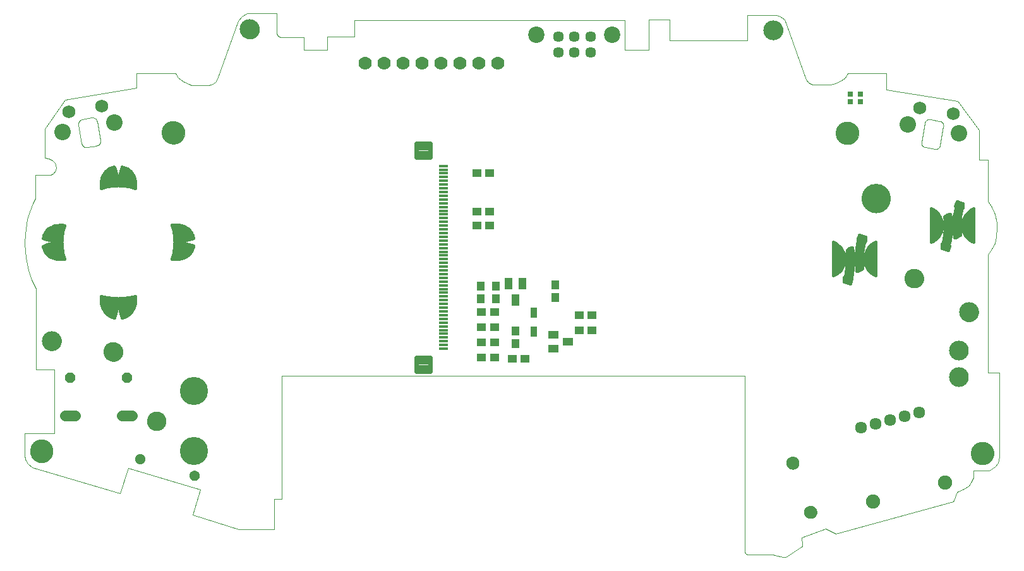
<source format=gts>
G75*
%MOIN*%
%OFA0B0*%
%FSLAX25Y25*%
%IPPOS*%
%LPD*%
%AMOC8*
5,1,8,0,0,1.08239X$1,22.5*
%
%ADD10C,0.00000*%
%ADD11C,0.12211*%
%ADD12C,0.10400*%
%ADD13C,0.10243*%
%ADD14C,0.15361*%
%ADD15R,0.04731X0.04337*%
%ADD16R,0.04337X0.05912*%
%ADD17C,0.02462*%
%ADD18R,0.05124X0.01581*%
%ADD19R,0.04337X0.04731*%
%ADD20R,0.03550X0.05715*%
%ADD21R,0.05400X0.04337*%
%ADD22R,0.04492X0.02662*%
%ADD23R,0.04923X0.02662*%
%ADD24R,0.02662X0.04923*%
%ADD25C,0.01600*%
%ADD26C,0.05700*%
%ADD27C,0.08650*%
%ADD28C,0.05400*%
%ADD29C,0.08668*%
%ADD30C,0.06896*%
%ADD31R,0.01305X0.01305*%
%ADD32C,0.14836*%
%ADD33C,0.07000*%
%ADD34R,0.02762X0.03156*%
%ADD35C,0.05600*%
%ADD36C,0.06900*%
%ADD37C,0.06337*%
%ADD38C,0.07487*%
%ADD39OC8,0.05600*%
D10*
X0012302Y0049630D02*
X0058595Y0035783D01*
X0063045Y0049233D01*
X0101103Y0037846D01*
X0097188Y0024403D01*
X0121450Y0016935D01*
X0140155Y0016935D01*
X0140155Y0032954D01*
X0144035Y0032954D01*
X0144035Y0097690D01*
X0388324Y0097690D01*
X0388324Y0005424D01*
X0388325Y0005424D02*
X0388327Y0005337D01*
X0388333Y0005250D01*
X0388342Y0005163D01*
X0388355Y0005077D01*
X0388372Y0004992D01*
X0388393Y0004907D01*
X0388417Y0004824D01*
X0388445Y0004741D01*
X0388476Y0004660D01*
X0388511Y0004580D01*
X0388550Y0004502D01*
X0388592Y0004426D01*
X0388637Y0004351D01*
X0388685Y0004279D01*
X0388736Y0004208D01*
X0388791Y0004140D01*
X0388848Y0004075D01*
X0388908Y0004012D01*
X0388971Y0003952D01*
X0389036Y0003894D01*
X0389104Y0003840D01*
X0389174Y0003788D01*
X0389246Y0003739D01*
X0389321Y0003694D01*
X0389397Y0003652D01*
X0389475Y0003613D01*
X0389554Y0003578D01*
X0389636Y0003546D01*
X0389718Y0003518D01*
X0389801Y0003494D01*
X0389886Y0003473D01*
X0389971Y0003455D01*
X0390057Y0003442D01*
X0390144Y0003432D01*
X0390231Y0003426D01*
X0390318Y0003424D01*
X0390317Y0003424D02*
X0403473Y0003378D01*
X0403975Y0003312D02*
X0408625Y0002088D01*
X0410221Y0002343D02*
X0417983Y0007370D01*
X0418055Y0007419D01*
X0418125Y0007471D01*
X0418193Y0007526D01*
X0418258Y0007584D01*
X0418321Y0007645D01*
X0418380Y0007709D01*
X0418437Y0007775D01*
X0418492Y0007843D01*
X0418543Y0007914D01*
X0418591Y0007987D01*
X0418635Y0008062D01*
X0418677Y0008138D01*
X0418715Y0008217D01*
X0418749Y0008297D01*
X0418780Y0008379D01*
X0418808Y0008461D01*
X0418832Y0008545D01*
X0418852Y0008630D01*
X0418868Y0008716D01*
X0418881Y0008802D01*
X0418890Y0008889D01*
X0418895Y0008976D01*
X0418896Y0009063D01*
X0418893Y0009150D01*
X0418887Y0009237D01*
X0418877Y0009324D01*
X0418421Y0012607D01*
X0431137Y0017261D01*
X0436537Y0014608D01*
X0498428Y0031413D01*
X0498773Y0032197D01*
X0500524Y0036480D01*
X0504089Y0038115D01*
X0506643Y0039804D01*
X0508209Y0042029D01*
X0508992Y0044172D01*
X0508992Y0047913D01*
X0517365Y0047913D01*
X0520266Y0049924D01*
X0522178Y0051968D01*
X0522816Y0055034D01*
X0522816Y0099617D01*
X0516706Y0099617D01*
X0516706Y0161850D01*
X0518684Y0164734D01*
X0520374Y0167948D01*
X0521074Y0171327D01*
X0521404Y0176231D01*
X0521404Y0178662D01*
X0520374Y0183030D01*
X0518519Y0187398D01*
X0516720Y0189788D01*
X0516720Y0211736D01*
X0512231Y0211736D01*
X0512231Y0227654D01*
X0500899Y0242829D01*
X0462944Y0248835D01*
X0462944Y0257405D01*
X0442876Y0257405D01*
X0441310Y0255222D01*
X0439127Y0253491D01*
X0436242Y0252131D01*
X0433605Y0251472D01*
X0424169Y0251472D01*
X0422191Y0252626D01*
X0420914Y0254315D01*
X0410355Y0283262D01*
X0409376Y0285734D01*
X0407110Y0287640D01*
X0405204Y0288309D01*
X0389597Y0288309D01*
X0389597Y0274967D01*
X0348592Y0274967D01*
X0348592Y0285719D01*
X0337647Y0285719D01*
X0337647Y0269816D01*
X0325092Y0269816D01*
X0325092Y0285479D01*
X0182443Y0285479D01*
X0182450Y0276744D01*
X0168204Y0276744D01*
X0168204Y0269986D01*
X0155677Y0269986D01*
X0155677Y0276670D01*
X0143349Y0276670D01*
X0141964Y0277329D01*
X0141371Y0278648D01*
X0141371Y0289076D01*
X0125899Y0289076D01*
X0122932Y0287552D01*
X0120954Y0285286D01*
X0110084Y0254534D01*
X0109106Y0252989D01*
X0107200Y0251649D01*
X0105140Y0251139D01*
X0096476Y0251139D01*
X0095599Y0251424D01*
X0092055Y0253196D01*
X0089377Y0255256D01*
X0088141Y0257523D01*
X0067579Y0257523D01*
X0067579Y0249694D01*
X0029711Y0243613D01*
X0018944Y0228117D01*
X0018944Y0212930D01*
X0021027Y0212561D01*
X0023111Y0211453D01*
X0024588Y0210134D01*
X0024957Y0207919D01*
X0024772Y0206126D01*
X0023586Y0204570D01*
X0022161Y0204005D01*
X0014233Y0204005D01*
X0014233Y0191901D01*
X0014090Y0191551D01*
X0012837Y0188749D01*
X0011123Y0184563D01*
X0009640Y0180640D01*
X0008618Y0172893D01*
X0008288Y0167520D01*
X0009046Y0160136D01*
X0010398Y0153510D01*
X0012112Y0148400D01*
X0014423Y0143884D01*
X0014423Y0101097D01*
X0024176Y0101097D01*
X0024176Y0067634D01*
X0008549Y0067634D01*
X0008549Y0055693D01*
X0008825Y0053944D01*
X0010242Y0051433D01*
X0012302Y0049630D01*
X0011381Y0058065D02*
X0011383Y0058218D01*
X0011389Y0058372D01*
X0011399Y0058525D01*
X0011413Y0058677D01*
X0011431Y0058830D01*
X0011453Y0058981D01*
X0011478Y0059132D01*
X0011508Y0059283D01*
X0011542Y0059433D01*
X0011579Y0059581D01*
X0011620Y0059729D01*
X0011665Y0059875D01*
X0011714Y0060021D01*
X0011767Y0060165D01*
X0011823Y0060307D01*
X0011883Y0060448D01*
X0011947Y0060588D01*
X0012014Y0060726D01*
X0012085Y0060862D01*
X0012160Y0060996D01*
X0012237Y0061128D01*
X0012319Y0061258D01*
X0012403Y0061386D01*
X0012491Y0061512D01*
X0012582Y0061635D01*
X0012676Y0061756D01*
X0012774Y0061874D01*
X0012874Y0061990D01*
X0012978Y0062103D01*
X0013084Y0062214D01*
X0013193Y0062322D01*
X0013305Y0062427D01*
X0013419Y0062528D01*
X0013537Y0062627D01*
X0013656Y0062723D01*
X0013778Y0062816D01*
X0013903Y0062905D01*
X0014030Y0062992D01*
X0014159Y0063074D01*
X0014290Y0063154D01*
X0014423Y0063230D01*
X0014558Y0063303D01*
X0014695Y0063372D01*
X0014834Y0063437D01*
X0014974Y0063499D01*
X0015116Y0063557D01*
X0015259Y0063612D01*
X0015404Y0063663D01*
X0015550Y0063710D01*
X0015697Y0063753D01*
X0015845Y0063792D01*
X0015994Y0063828D01*
X0016144Y0063859D01*
X0016295Y0063887D01*
X0016446Y0063911D01*
X0016599Y0063931D01*
X0016751Y0063947D01*
X0016904Y0063959D01*
X0017057Y0063967D01*
X0017210Y0063971D01*
X0017364Y0063971D01*
X0017517Y0063967D01*
X0017670Y0063959D01*
X0017823Y0063947D01*
X0017975Y0063931D01*
X0018128Y0063911D01*
X0018279Y0063887D01*
X0018430Y0063859D01*
X0018580Y0063828D01*
X0018729Y0063792D01*
X0018877Y0063753D01*
X0019024Y0063710D01*
X0019170Y0063663D01*
X0019315Y0063612D01*
X0019458Y0063557D01*
X0019600Y0063499D01*
X0019740Y0063437D01*
X0019879Y0063372D01*
X0020016Y0063303D01*
X0020151Y0063230D01*
X0020284Y0063154D01*
X0020415Y0063074D01*
X0020544Y0062992D01*
X0020671Y0062905D01*
X0020796Y0062816D01*
X0020918Y0062723D01*
X0021037Y0062627D01*
X0021155Y0062528D01*
X0021269Y0062427D01*
X0021381Y0062322D01*
X0021490Y0062214D01*
X0021596Y0062103D01*
X0021700Y0061990D01*
X0021800Y0061874D01*
X0021898Y0061756D01*
X0021992Y0061635D01*
X0022083Y0061512D01*
X0022171Y0061386D01*
X0022255Y0061258D01*
X0022337Y0061128D01*
X0022414Y0060996D01*
X0022489Y0060862D01*
X0022560Y0060726D01*
X0022627Y0060588D01*
X0022691Y0060448D01*
X0022751Y0060307D01*
X0022807Y0060165D01*
X0022860Y0060021D01*
X0022909Y0059875D01*
X0022954Y0059729D01*
X0022995Y0059581D01*
X0023032Y0059433D01*
X0023066Y0059283D01*
X0023096Y0059132D01*
X0023121Y0058981D01*
X0023143Y0058830D01*
X0023161Y0058677D01*
X0023175Y0058525D01*
X0023185Y0058372D01*
X0023191Y0058218D01*
X0023193Y0058065D01*
X0023191Y0057912D01*
X0023185Y0057758D01*
X0023175Y0057605D01*
X0023161Y0057453D01*
X0023143Y0057300D01*
X0023121Y0057149D01*
X0023096Y0056998D01*
X0023066Y0056847D01*
X0023032Y0056697D01*
X0022995Y0056549D01*
X0022954Y0056401D01*
X0022909Y0056255D01*
X0022860Y0056109D01*
X0022807Y0055965D01*
X0022751Y0055823D01*
X0022691Y0055682D01*
X0022627Y0055542D01*
X0022560Y0055404D01*
X0022489Y0055268D01*
X0022414Y0055134D01*
X0022337Y0055002D01*
X0022255Y0054872D01*
X0022171Y0054744D01*
X0022083Y0054618D01*
X0021992Y0054495D01*
X0021898Y0054374D01*
X0021800Y0054256D01*
X0021700Y0054140D01*
X0021596Y0054027D01*
X0021490Y0053916D01*
X0021381Y0053808D01*
X0021269Y0053703D01*
X0021155Y0053602D01*
X0021037Y0053503D01*
X0020918Y0053407D01*
X0020796Y0053314D01*
X0020671Y0053225D01*
X0020544Y0053138D01*
X0020415Y0053056D01*
X0020284Y0052976D01*
X0020151Y0052900D01*
X0020016Y0052827D01*
X0019879Y0052758D01*
X0019740Y0052693D01*
X0019600Y0052631D01*
X0019458Y0052573D01*
X0019315Y0052518D01*
X0019170Y0052467D01*
X0019024Y0052420D01*
X0018877Y0052377D01*
X0018729Y0052338D01*
X0018580Y0052302D01*
X0018430Y0052271D01*
X0018279Y0052243D01*
X0018128Y0052219D01*
X0017975Y0052199D01*
X0017823Y0052183D01*
X0017670Y0052171D01*
X0017517Y0052163D01*
X0017364Y0052159D01*
X0017210Y0052159D01*
X0017057Y0052163D01*
X0016904Y0052171D01*
X0016751Y0052183D01*
X0016599Y0052199D01*
X0016446Y0052219D01*
X0016295Y0052243D01*
X0016144Y0052271D01*
X0015994Y0052302D01*
X0015845Y0052338D01*
X0015697Y0052377D01*
X0015550Y0052420D01*
X0015404Y0052467D01*
X0015259Y0052518D01*
X0015116Y0052573D01*
X0014974Y0052631D01*
X0014834Y0052693D01*
X0014695Y0052758D01*
X0014558Y0052827D01*
X0014423Y0052900D01*
X0014290Y0052976D01*
X0014159Y0053056D01*
X0014030Y0053138D01*
X0013903Y0053225D01*
X0013778Y0053314D01*
X0013656Y0053407D01*
X0013537Y0053503D01*
X0013419Y0053602D01*
X0013305Y0053703D01*
X0013193Y0053808D01*
X0013084Y0053916D01*
X0012978Y0054027D01*
X0012874Y0054140D01*
X0012774Y0054256D01*
X0012676Y0054374D01*
X0012582Y0054495D01*
X0012491Y0054618D01*
X0012403Y0054744D01*
X0012319Y0054872D01*
X0012237Y0055002D01*
X0012160Y0055134D01*
X0012085Y0055268D01*
X0012014Y0055404D01*
X0011947Y0055542D01*
X0011883Y0055682D01*
X0011823Y0055823D01*
X0011767Y0055965D01*
X0011714Y0056109D01*
X0011665Y0056255D01*
X0011620Y0056401D01*
X0011579Y0056549D01*
X0011542Y0056697D01*
X0011508Y0056847D01*
X0011478Y0056998D01*
X0011453Y0057149D01*
X0011431Y0057300D01*
X0011413Y0057453D01*
X0011399Y0057605D01*
X0011389Y0057758D01*
X0011383Y0057912D01*
X0011381Y0058065D01*
X0066767Y0053998D02*
X0066769Y0054097D01*
X0066775Y0054197D01*
X0066785Y0054296D01*
X0066799Y0054394D01*
X0066816Y0054492D01*
X0066838Y0054589D01*
X0066863Y0054685D01*
X0066892Y0054780D01*
X0066925Y0054874D01*
X0066962Y0054966D01*
X0067002Y0055057D01*
X0067046Y0055146D01*
X0067094Y0055234D01*
X0067145Y0055319D01*
X0067199Y0055402D01*
X0067256Y0055484D01*
X0067317Y0055562D01*
X0067381Y0055639D01*
X0067447Y0055712D01*
X0067517Y0055783D01*
X0067589Y0055851D01*
X0067664Y0055917D01*
X0067742Y0055979D01*
X0067822Y0056038D01*
X0067904Y0056094D01*
X0067988Y0056146D01*
X0068075Y0056195D01*
X0068163Y0056241D01*
X0068253Y0056283D01*
X0068345Y0056322D01*
X0068438Y0056357D01*
X0068532Y0056388D01*
X0068628Y0056415D01*
X0068725Y0056438D01*
X0068822Y0056458D01*
X0068920Y0056474D01*
X0069019Y0056486D01*
X0069118Y0056494D01*
X0069217Y0056498D01*
X0069317Y0056498D01*
X0069416Y0056494D01*
X0069515Y0056486D01*
X0069614Y0056474D01*
X0069712Y0056458D01*
X0069809Y0056438D01*
X0069906Y0056415D01*
X0070002Y0056388D01*
X0070096Y0056357D01*
X0070189Y0056322D01*
X0070281Y0056283D01*
X0070371Y0056241D01*
X0070459Y0056195D01*
X0070546Y0056146D01*
X0070630Y0056094D01*
X0070712Y0056038D01*
X0070792Y0055979D01*
X0070870Y0055917D01*
X0070945Y0055851D01*
X0071017Y0055783D01*
X0071087Y0055712D01*
X0071153Y0055639D01*
X0071217Y0055562D01*
X0071278Y0055484D01*
X0071335Y0055402D01*
X0071389Y0055319D01*
X0071440Y0055234D01*
X0071488Y0055146D01*
X0071532Y0055057D01*
X0071572Y0054966D01*
X0071609Y0054874D01*
X0071642Y0054780D01*
X0071671Y0054685D01*
X0071696Y0054589D01*
X0071718Y0054492D01*
X0071735Y0054394D01*
X0071749Y0054296D01*
X0071759Y0054197D01*
X0071765Y0054097D01*
X0071767Y0053998D01*
X0071765Y0053899D01*
X0071759Y0053799D01*
X0071749Y0053700D01*
X0071735Y0053602D01*
X0071718Y0053504D01*
X0071696Y0053407D01*
X0071671Y0053311D01*
X0071642Y0053216D01*
X0071609Y0053122D01*
X0071572Y0053030D01*
X0071532Y0052939D01*
X0071488Y0052850D01*
X0071440Y0052762D01*
X0071389Y0052677D01*
X0071335Y0052594D01*
X0071278Y0052512D01*
X0071217Y0052434D01*
X0071153Y0052357D01*
X0071087Y0052284D01*
X0071017Y0052213D01*
X0070945Y0052145D01*
X0070870Y0052079D01*
X0070792Y0052017D01*
X0070712Y0051958D01*
X0070630Y0051902D01*
X0070546Y0051850D01*
X0070459Y0051801D01*
X0070371Y0051755D01*
X0070281Y0051713D01*
X0070189Y0051674D01*
X0070096Y0051639D01*
X0070002Y0051608D01*
X0069906Y0051581D01*
X0069809Y0051558D01*
X0069712Y0051538D01*
X0069614Y0051522D01*
X0069515Y0051510D01*
X0069416Y0051502D01*
X0069317Y0051498D01*
X0069217Y0051498D01*
X0069118Y0051502D01*
X0069019Y0051510D01*
X0068920Y0051522D01*
X0068822Y0051538D01*
X0068725Y0051558D01*
X0068628Y0051581D01*
X0068532Y0051608D01*
X0068438Y0051639D01*
X0068345Y0051674D01*
X0068253Y0051713D01*
X0068163Y0051755D01*
X0068075Y0051801D01*
X0067988Y0051850D01*
X0067904Y0051902D01*
X0067822Y0051958D01*
X0067742Y0052017D01*
X0067664Y0052079D01*
X0067589Y0052145D01*
X0067517Y0052213D01*
X0067447Y0052284D01*
X0067381Y0052357D01*
X0067317Y0052434D01*
X0067256Y0052512D01*
X0067199Y0052594D01*
X0067145Y0052677D01*
X0067094Y0052762D01*
X0067046Y0052850D01*
X0067002Y0052939D01*
X0066962Y0053030D01*
X0066925Y0053122D01*
X0066892Y0053216D01*
X0066863Y0053311D01*
X0066838Y0053407D01*
X0066816Y0053504D01*
X0066799Y0053602D01*
X0066785Y0053700D01*
X0066775Y0053799D01*
X0066769Y0053899D01*
X0066767Y0053998D01*
X0095457Y0045227D02*
X0095459Y0045326D01*
X0095465Y0045426D01*
X0095475Y0045525D01*
X0095489Y0045623D01*
X0095506Y0045721D01*
X0095528Y0045818D01*
X0095553Y0045914D01*
X0095582Y0046009D01*
X0095615Y0046103D01*
X0095652Y0046195D01*
X0095692Y0046286D01*
X0095736Y0046375D01*
X0095784Y0046463D01*
X0095835Y0046548D01*
X0095889Y0046631D01*
X0095946Y0046713D01*
X0096007Y0046791D01*
X0096071Y0046868D01*
X0096137Y0046941D01*
X0096207Y0047012D01*
X0096279Y0047080D01*
X0096354Y0047146D01*
X0096432Y0047208D01*
X0096512Y0047267D01*
X0096594Y0047323D01*
X0096678Y0047375D01*
X0096765Y0047424D01*
X0096853Y0047470D01*
X0096943Y0047512D01*
X0097035Y0047551D01*
X0097128Y0047586D01*
X0097222Y0047617D01*
X0097318Y0047644D01*
X0097415Y0047667D01*
X0097512Y0047687D01*
X0097610Y0047703D01*
X0097709Y0047715D01*
X0097808Y0047723D01*
X0097907Y0047727D01*
X0098007Y0047727D01*
X0098106Y0047723D01*
X0098205Y0047715D01*
X0098304Y0047703D01*
X0098402Y0047687D01*
X0098499Y0047667D01*
X0098596Y0047644D01*
X0098692Y0047617D01*
X0098786Y0047586D01*
X0098879Y0047551D01*
X0098971Y0047512D01*
X0099061Y0047470D01*
X0099149Y0047424D01*
X0099236Y0047375D01*
X0099320Y0047323D01*
X0099402Y0047267D01*
X0099482Y0047208D01*
X0099560Y0047146D01*
X0099635Y0047080D01*
X0099707Y0047012D01*
X0099777Y0046941D01*
X0099843Y0046868D01*
X0099907Y0046791D01*
X0099968Y0046713D01*
X0100025Y0046631D01*
X0100079Y0046548D01*
X0100130Y0046463D01*
X0100178Y0046375D01*
X0100222Y0046286D01*
X0100262Y0046195D01*
X0100299Y0046103D01*
X0100332Y0046009D01*
X0100361Y0045914D01*
X0100386Y0045818D01*
X0100408Y0045721D01*
X0100425Y0045623D01*
X0100439Y0045525D01*
X0100449Y0045426D01*
X0100455Y0045326D01*
X0100457Y0045227D01*
X0100455Y0045128D01*
X0100449Y0045028D01*
X0100439Y0044929D01*
X0100425Y0044831D01*
X0100408Y0044733D01*
X0100386Y0044636D01*
X0100361Y0044540D01*
X0100332Y0044445D01*
X0100299Y0044351D01*
X0100262Y0044259D01*
X0100222Y0044168D01*
X0100178Y0044079D01*
X0100130Y0043991D01*
X0100079Y0043906D01*
X0100025Y0043823D01*
X0099968Y0043741D01*
X0099907Y0043663D01*
X0099843Y0043586D01*
X0099777Y0043513D01*
X0099707Y0043442D01*
X0099635Y0043374D01*
X0099560Y0043308D01*
X0099482Y0043246D01*
X0099402Y0043187D01*
X0099320Y0043131D01*
X0099236Y0043079D01*
X0099149Y0043030D01*
X0099061Y0042984D01*
X0098971Y0042942D01*
X0098879Y0042903D01*
X0098786Y0042868D01*
X0098692Y0042837D01*
X0098596Y0042810D01*
X0098499Y0042787D01*
X0098402Y0042767D01*
X0098304Y0042751D01*
X0098205Y0042739D01*
X0098106Y0042731D01*
X0098007Y0042727D01*
X0097907Y0042727D01*
X0097808Y0042731D01*
X0097709Y0042739D01*
X0097610Y0042751D01*
X0097512Y0042767D01*
X0097415Y0042787D01*
X0097318Y0042810D01*
X0097222Y0042837D01*
X0097128Y0042868D01*
X0097035Y0042903D01*
X0096943Y0042942D01*
X0096853Y0042984D01*
X0096765Y0043030D01*
X0096678Y0043079D01*
X0096594Y0043131D01*
X0096512Y0043187D01*
X0096432Y0043246D01*
X0096354Y0043308D01*
X0096279Y0043374D01*
X0096207Y0043442D01*
X0096137Y0043513D01*
X0096071Y0043586D01*
X0096007Y0043663D01*
X0095946Y0043741D01*
X0095889Y0043823D01*
X0095835Y0043906D01*
X0095784Y0043991D01*
X0095736Y0044079D01*
X0095692Y0044168D01*
X0095652Y0044259D01*
X0095615Y0044351D01*
X0095582Y0044445D01*
X0095553Y0044540D01*
X0095528Y0044636D01*
X0095506Y0044733D01*
X0095489Y0044831D01*
X0095475Y0044929D01*
X0095465Y0045028D01*
X0095459Y0045128D01*
X0095457Y0045227D01*
X0073045Y0073956D02*
X0073047Y0074096D01*
X0073053Y0074236D01*
X0073063Y0074375D01*
X0073077Y0074514D01*
X0073095Y0074653D01*
X0073116Y0074791D01*
X0073142Y0074929D01*
X0073172Y0075066D01*
X0073205Y0075201D01*
X0073243Y0075336D01*
X0073284Y0075470D01*
X0073329Y0075603D01*
X0073377Y0075734D01*
X0073430Y0075863D01*
X0073486Y0075992D01*
X0073545Y0076118D01*
X0073609Y0076243D01*
X0073675Y0076366D01*
X0073746Y0076487D01*
X0073819Y0076606D01*
X0073896Y0076723D01*
X0073977Y0076837D01*
X0074060Y0076949D01*
X0074147Y0077059D01*
X0074237Y0077167D01*
X0074329Y0077271D01*
X0074425Y0077373D01*
X0074524Y0077473D01*
X0074625Y0077569D01*
X0074729Y0077663D01*
X0074836Y0077753D01*
X0074945Y0077840D01*
X0075057Y0077925D01*
X0075171Y0078006D01*
X0075287Y0078084D01*
X0075405Y0078158D01*
X0075526Y0078229D01*
X0075648Y0078297D01*
X0075773Y0078361D01*
X0075899Y0078422D01*
X0076026Y0078479D01*
X0076156Y0078532D01*
X0076287Y0078582D01*
X0076419Y0078627D01*
X0076552Y0078670D01*
X0076687Y0078708D01*
X0076822Y0078742D01*
X0076959Y0078773D01*
X0077096Y0078800D01*
X0077234Y0078822D01*
X0077373Y0078841D01*
X0077512Y0078856D01*
X0077651Y0078867D01*
X0077791Y0078874D01*
X0077931Y0078877D01*
X0078071Y0078876D01*
X0078211Y0078871D01*
X0078350Y0078862D01*
X0078490Y0078849D01*
X0078629Y0078832D01*
X0078767Y0078811D01*
X0078905Y0078787D01*
X0079042Y0078758D01*
X0079178Y0078726D01*
X0079313Y0078689D01*
X0079447Y0078649D01*
X0079580Y0078605D01*
X0079711Y0078557D01*
X0079841Y0078506D01*
X0079970Y0078451D01*
X0080097Y0078392D01*
X0080222Y0078329D01*
X0080345Y0078264D01*
X0080467Y0078194D01*
X0080586Y0078121D01*
X0080704Y0078045D01*
X0080819Y0077966D01*
X0080932Y0077883D01*
X0081042Y0077797D01*
X0081150Y0077708D01*
X0081255Y0077616D01*
X0081358Y0077521D01*
X0081458Y0077423D01*
X0081555Y0077323D01*
X0081649Y0077219D01*
X0081741Y0077113D01*
X0081829Y0077005D01*
X0081914Y0076894D01*
X0081996Y0076780D01*
X0082075Y0076664D01*
X0082150Y0076547D01*
X0082222Y0076427D01*
X0082290Y0076305D01*
X0082355Y0076181D01*
X0082417Y0076055D01*
X0082475Y0075928D01*
X0082529Y0075799D01*
X0082580Y0075668D01*
X0082626Y0075536D01*
X0082669Y0075403D01*
X0082709Y0075269D01*
X0082744Y0075134D01*
X0082776Y0074997D01*
X0082803Y0074860D01*
X0082827Y0074722D01*
X0082847Y0074584D01*
X0082863Y0074445D01*
X0082875Y0074305D01*
X0082883Y0074166D01*
X0082887Y0074026D01*
X0082887Y0073886D01*
X0082883Y0073746D01*
X0082875Y0073607D01*
X0082863Y0073467D01*
X0082847Y0073328D01*
X0082827Y0073190D01*
X0082803Y0073052D01*
X0082776Y0072915D01*
X0082744Y0072778D01*
X0082709Y0072643D01*
X0082669Y0072509D01*
X0082626Y0072376D01*
X0082580Y0072244D01*
X0082529Y0072113D01*
X0082475Y0071984D01*
X0082417Y0071857D01*
X0082355Y0071731D01*
X0082290Y0071607D01*
X0082222Y0071485D01*
X0082150Y0071365D01*
X0082075Y0071248D01*
X0081996Y0071132D01*
X0081914Y0071018D01*
X0081829Y0070907D01*
X0081741Y0070799D01*
X0081649Y0070693D01*
X0081555Y0070589D01*
X0081458Y0070489D01*
X0081358Y0070391D01*
X0081255Y0070296D01*
X0081150Y0070204D01*
X0081042Y0070115D01*
X0080932Y0070029D01*
X0080819Y0069946D01*
X0080704Y0069867D01*
X0080586Y0069791D01*
X0080467Y0069718D01*
X0080345Y0069648D01*
X0080222Y0069583D01*
X0080097Y0069520D01*
X0079970Y0069461D01*
X0079841Y0069406D01*
X0079711Y0069355D01*
X0079580Y0069307D01*
X0079447Y0069263D01*
X0079313Y0069223D01*
X0079178Y0069186D01*
X0079042Y0069154D01*
X0078905Y0069125D01*
X0078767Y0069101D01*
X0078629Y0069080D01*
X0078490Y0069063D01*
X0078350Y0069050D01*
X0078211Y0069041D01*
X0078071Y0069036D01*
X0077931Y0069035D01*
X0077791Y0069038D01*
X0077651Y0069045D01*
X0077512Y0069056D01*
X0077373Y0069071D01*
X0077234Y0069090D01*
X0077096Y0069112D01*
X0076959Y0069139D01*
X0076822Y0069170D01*
X0076687Y0069204D01*
X0076552Y0069242D01*
X0076419Y0069285D01*
X0076287Y0069330D01*
X0076156Y0069380D01*
X0076026Y0069433D01*
X0075899Y0069490D01*
X0075773Y0069551D01*
X0075648Y0069615D01*
X0075526Y0069683D01*
X0075405Y0069754D01*
X0075287Y0069828D01*
X0075171Y0069906D01*
X0075057Y0069987D01*
X0074945Y0070072D01*
X0074836Y0070159D01*
X0074729Y0070249D01*
X0074625Y0070343D01*
X0074524Y0070439D01*
X0074425Y0070539D01*
X0074329Y0070641D01*
X0074237Y0070745D01*
X0074147Y0070853D01*
X0074060Y0070963D01*
X0073977Y0071075D01*
X0073896Y0071189D01*
X0073819Y0071306D01*
X0073746Y0071425D01*
X0073675Y0071546D01*
X0073609Y0071669D01*
X0073545Y0071794D01*
X0073486Y0071920D01*
X0073430Y0072049D01*
X0073377Y0072178D01*
X0073329Y0072309D01*
X0073284Y0072442D01*
X0073243Y0072576D01*
X0073205Y0072711D01*
X0073172Y0072846D01*
X0073142Y0072983D01*
X0073116Y0073121D01*
X0073095Y0073259D01*
X0073077Y0073398D01*
X0073063Y0073537D01*
X0073053Y0073676D01*
X0073047Y0073816D01*
X0073045Y0073956D01*
X0050286Y0110519D02*
X0050288Y0110659D01*
X0050294Y0110799D01*
X0050304Y0110938D01*
X0050318Y0111077D01*
X0050336Y0111216D01*
X0050357Y0111354D01*
X0050383Y0111492D01*
X0050413Y0111629D01*
X0050446Y0111764D01*
X0050484Y0111899D01*
X0050525Y0112033D01*
X0050570Y0112166D01*
X0050618Y0112297D01*
X0050671Y0112426D01*
X0050727Y0112555D01*
X0050786Y0112681D01*
X0050850Y0112806D01*
X0050916Y0112929D01*
X0050987Y0113050D01*
X0051060Y0113169D01*
X0051137Y0113286D01*
X0051218Y0113400D01*
X0051301Y0113512D01*
X0051388Y0113622D01*
X0051478Y0113730D01*
X0051570Y0113834D01*
X0051666Y0113936D01*
X0051765Y0114036D01*
X0051866Y0114132D01*
X0051970Y0114226D01*
X0052077Y0114316D01*
X0052186Y0114403D01*
X0052298Y0114488D01*
X0052412Y0114569D01*
X0052528Y0114647D01*
X0052646Y0114721D01*
X0052767Y0114792D01*
X0052889Y0114860D01*
X0053014Y0114924D01*
X0053140Y0114985D01*
X0053267Y0115042D01*
X0053397Y0115095D01*
X0053528Y0115145D01*
X0053660Y0115190D01*
X0053793Y0115233D01*
X0053928Y0115271D01*
X0054063Y0115305D01*
X0054200Y0115336D01*
X0054337Y0115363D01*
X0054475Y0115385D01*
X0054614Y0115404D01*
X0054753Y0115419D01*
X0054892Y0115430D01*
X0055032Y0115437D01*
X0055172Y0115440D01*
X0055312Y0115439D01*
X0055452Y0115434D01*
X0055591Y0115425D01*
X0055731Y0115412D01*
X0055870Y0115395D01*
X0056008Y0115374D01*
X0056146Y0115350D01*
X0056283Y0115321D01*
X0056419Y0115289D01*
X0056554Y0115252D01*
X0056688Y0115212D01*
X0056821Y0115168D01*
X0056952Y0115120D01*
X0057082Y0115069D01*
X0057211Y0115014D01*
X0057338Y0114955D01*
X0057463Y0114892D01*
X0057586Y0114827D01*
X0057708Y0114757D01*
X0057827Y0114684D01*
X0057945Y0114608D01*
X0058060Y0114529D01*
X0058173Y0114446D01*
X0058283Y0114360D01*
X0058391Y0114271D01*
X0058496Y0114179D01*
X0058599Y0114084D01*
X0058699Y0113986D01*
X0058796Y0113886D01*
X0058890Y0113782D01*
X0058982Y0113676D01*
X0059070Y0113568D01*
X0059155Y0113457D01*
X0059237Y0113343D01*
X0059316Y0113227D01*
X0059391Y0113110D01*
X0059463Y0112990D01*
X0059531Y0112868D01*
X0059596Y0112744D01*
X0059658Y0112618D01*
X0059716Y0112491D01*
X0059770Y0112362D01*
X0059821Y0112231D01*
X0059867Y0112099D01*
X0059910Y0111966D01*
X0059950Y0111832D01*
X0059985Y0111697D01*
X0060017Y0111560D01*
X0060044Y0111423D01*
X0060068Y0111285D01*
X0060088Y0111147D01*
X0060104Y0111008D01*
X0060116Y0110868D01*
X0060124Y0110729D01*
X0060128Y0110589D01*
X0060128Y0110449D01*
X0060124Y0110309D01*
X0060116Y0110170D01*
X0060104Y0110030D01*
X0060088Y0109891D01*
X0060068Y0109753D01*
X0060044Y0109615D01*
X0060017Y0109478D01*
X0059985Y0109341D01*
X0059950Y0109206D01*
X0059910Y0109072D01*
X0059867Y0108939D01*
X0059821Y0108807D01*
X0059770Y0108676D01*
X0059716Y0108547D01*
X0059658Y0108420D01*
X0059596Y0108294D01*
X0059531Y0108170D01*
X0059463Y0108048D01*
X0059391Y0107928D01*
X0059316Y0107811D01*
X0059237Y0107695D01*
X0059155Y0107581D01*
X0059070Y0107470D01*
X0058982Y0107362D01*
X0058890Y0107256D01*
X0058796Y0107152D01*
X0058699Y0107052D01*
X0058599Y0106954D01*
X0058496Y0106859D01*
X0058391Y0106767D01*
X0058283Y0106678D01*
X0058173Y0106592D01*
X0058060Y0106509D01*
X0057945Y0106430D01*
X0057827Y0106354D01*
X0057708Y0106281D01*
X0057586Y0106211D01*
X0057463Y0106146D01*
X0057338Y0106083D01*
X0057211Y0106024D01*
X0057082Y0105969D01*
X0056952Y0105918D01*
X0056821Y0105870D01*
X0056688Y0105826D01*
X0056554Y0105786D01*
X0056419Y0105749D01*
X0056283Y0105717D01*
X0056146Y0105688D01*
X0056008Y0105664D01*
X0055870Y0105643D01*
X0055731Y0105626D01*
X0055591Y0105613D01*
X0055452Y0105604D01*
X0055312Y0105599D01*
X0055172Y0105598D01*
X0055032Y0105601D01*
X0054892Y0105608D01*
X0054753Y0105619D01*
X0054614Y0105634D01*
X0054475Y0105653D01*
X0054337Y0105675D01*
X0054200Y0105702D01*
X0054063Y0105733D01*
X0053928Y0105767D01*
X0053793Y0105805D01*
X0053660Y0105848D01*
X0053528Y0105893D01*
X0053397Y0105943D01*
X0053267Y0105996D01*
X0053140Y0106053D01*
X0053014Y0106114D01*
X0052889Y0106178D01*
X0052767Y0106246D01*
X0052646Y0106317D01*
X0052528Y0106391D01*
X0052412Y0106469D01*
X0052298Y0106550D01*
X0052186Y0106635D01*
X0052077Y0106722D01*
X0051970Y0106812D01*
X0051866Y0106906D01*
X0051765Y0107002D01*
X0051666Y0107102D01*
X0051570Y0107204D01*
X0051478Y0107308D01*
X0051388Y0107416D01*
X0051301Y0107526D01*
X0051218Y0107638D01*
X0051137Y0107752D01*
X0051060Y0107869D01*
X0050987Y0107988D01*
X0050916Y0108109D01*
X0050850Y0108232D01*
X0050786Y0108357D01*
X0050727Y0108483D01*
X0050671Y0108612D01*
X0050618Y0108741D01*
X0050570Y0108872D01*
X0050525Y0109005D01*
X0050484Y0109139D01*
X0050446Y0109274D01*
X0050413Y0109409D01*
X0050383Y0109546D01*
X0050357Y0109684D01*
X0050336Y0109822D01*
X0050318Y0109961D01*
X0050304Y0110100D01*
X0050294Y0110239D01*
X0050288Y0110379D01*
X0050286Y0110519D01*
X0017664Y0116245D02*
X0017666Y0116386D01*
X0017672Y0116527D01*
X0017682Y0116667D01*
X0017696Y0116807D01*
X0017714Y0116947D01*
X0017735Y0117086D01*
X0017761Y0117225D01*
X0017790Y0117363D01*
X0017824Y0117499D01*
X0017861Y0117635D01*
X0017902Y0117770D01*
X0017947Y0117904D01*
X0017996Y0118036D01*
X0018048Y0118167D01*
X0018104Y0118296D01*
X0018164Y0118423D01*
X0018227Y0118549D01*
X0018293Y0118673D01*
X0018364Y0118796D01*
X0018437Y0118916D01*
X0018514Y0119034D01*
X0018594Y0119150D01*
X0018678Y0119263D01*
X0018764Y0119374D01*
X0018854Y0119483D01*
X0018947Y0119589D01*
X0019042Y0119692D01*
X0019141Y0119793D01*
X0019242Y0119891D01*
X0019346Y0119986D01*
X0019453Y0120078D01*
X0019562Y0120167D01*
X0019674Y0120252D01*
X0019788Y0120335D01*
X0019904Y0120415D01*
X0020023Y0120491D01*
X0020144Y0120563D01*
X0020266Y0120633D01*
X0020391Y0120698D01*
X0020517Y0120761D01*
X0020645Y0120819D01*
X0020775Y0120874D01*
X0020906Y0120926D01*
X0021039Y0120973D01*
X0021173Y0121017D01*
X0021308Y0121058D01*
X0021444Y0121094D01*
X0021581Y0121126D01*
X0021719Y0121155D01*
X0021857Y0121180D01*
X0021997Y0121200D01*
X0022137Y0121217D01*
X0022277Y0121230D01*
X0022418Y0121239D01*
X0022558Y0121244D01*
X0022699Y0121245D01*
X0022840Y0121242D01*
X0022981Y0121235D01*
X0023121Y0121224D01*
X0023261Y0121209D01*
X0023401Y0121190D01*
X0023540Y0121168D01*
X0023678Y0121141D01*
X0023816Y0121111D01*
X0023952Y0121076D01*
X0024088Y0121038D01*
X0024222Y0120996D01*
X0024356Y0120950D01*
X0024488Y0120901D01*
X0024618Y0120847D01*
X0024747Y0120790D01*
X0024874Y0120730D01*
X0025000Y0120666D01*
X0025123Y0120598D01*
X0025245Y0120527D01*
X0025365Y0120453D01*
X0025482Y0120375D01*
X0025597Y0120294D01*
X0025710Y0120210D01*
X0025821Y0120123D01*
X0025929Y0120032D01*
X0026034Y0119939D01*
X0026137Y0119842D01*
X0026237Y0119743D01*
X0026334Y0119641D01*
X0026428Y0119536D01*
X0026519Y0119429D01*
X0026607Y0119319D01*
X0026692Y0119207D01*
X0026774Y0119092D01*
X0026853Y0118975D01*
X0026928Y0118856D01*
X0027000Y0118735D01*
X0027068Y0118612D01*
X0027133Y0118487D01*
X0027195Y0118360D01*
X0027252Y0118231D01*
X0027307Y0118101D01*
X0027357Y0117970D01*
X0027404Y0117837D01*
X0027447Y0117703D01*
X0027486Y0117567D01*
X0027521Y0117431D01*
X0027553Y0117294D01*
X0027580Y0117156D01*
X0027604Y0117017D01*
X0027624Y0116877D01*
X0027640Y0116737D01*
X0027652Y0116597D01*
X0027660Y0116456D01*
X0027664Y0116315D01*
X0027664Y0116175D01*
X0027660Y0116034D01*
X0027652Y0115893D01*
X0027640Y0115753D01*
X0027624Y0115613D01*
X0027604Y0115473D01*
X0027580Y0115334D01*
X0027553Y0115196D01*
X0027521Y0115059D01*
X0027486Y0114923D01*
X0027447Y0114787D01*
X0027404Y0114653D01*
X0027357Y0114520D01*
X0027307Y0114389D01*
X0027252Y0114259D01*
X0027195Y0114130D01*
X0027133Y0114003D01*
X0027068Y0113878D01*
X0027000Y0113755D01*
X0026928Y0113634D01*
X0026853Y0113515D01*
X0026774Y0113398D01*
X0026692Y0113283D01*
X0026607Y0113171D01*
X0026519Y0113061D01*
X0026428Y0112954D01*
X0026334Y0112849D01*
X0026237Y0112747D01*
X0026137Y0112648D01*
X0026034Y0112551D01*
X0025929Y0112458D01*
X0025821Y0112367D01*
X0025710Y0112280D01*
X0025597Y0112196D01*
X0025482Y0112115D01*
X0025365Y0112037D01*
X0025245Y0111963D01*
X0025123Y0111892D01*
X0025000Y0111824D01*
X0024874Y0111760D01*
X0024747Y0111700D01*
X0024618Y0111643D01*
X0024488Y0111589D01*
X0024356Y0111540D01*
X0024222Y0111494D01*
X0024088Y0111452D01*
X0023952Y0111414D01*
X0023816Y0111379D01*
X0023678Y0111349D01*
X0023540Y0111322D01*
X0023401Y0111300D01*
X0023261Y0111281D01*
X0023121Y0111266D01*
X0022981Y0111255D01*
X0022840Y0111248D01*
X0022699Y0111245D01*
X0022558Y0111246D01*
X0022418Y0111251D01*
X0022277Y0111260D01*
X0022137Y0111273D01*
X0021997Y0111290D01*
X0021857Y0111310D01*
X0021719Y0111335D01*
X0021581Y0111364D01*
X0021444Y0111396D01*
X0021308Y0111432D01*
X0021173Y0111473D01*
X0021039Y0111517D01*
X0020906Y0111564D01*
X0020775Y0111616D01*
X0020645Y0111671D01*
X0020517Y0111729D01*
X0020391Y0111792D01*
X0020266Y0111857D01*
X0020144Y0111927D01*
X0020023Y0111999D01*
X0019904Y0112075D01*
X0019788Y0112155D01*
X0019674Y0112238D01*
X0019562Y0112323D01*
X0019453Y0112412D01*
X0019346Y0112504D01*
X0019242Y0112599D01*
X0019141Y0112697D01*
X0019042Y0112798D01*
X0018947Y0112901D01*
X0018854Y0113007D01*
X0018764Y0113116D01*
X0018678Y0113227D01*
X0018594Y0113340D01*
X0018514Y0113456D01*
X0018437Y0113574D01*
X0018364Y0113694D01*
X0018293Y0113817D01*
X0018227Y0113941D01*
X0018164Y0114067D01*
X0018104Y0114194D01*
X0018048Y0114323D01*
X0017996Y0114454D01*
X0017947Y0114586D01*
X0017902Y0114720D01*
X0017861Y0114855D01*
X0017824Y0114991D01*
X0017790Y0115127D01*
X0017761Y0115265D01*
X0017735Y0115404D01*
X0017714Y0115543D01*
X0017696Y0115683D01*
X0017682Y0115823D01*
X0017672Y0115963D01*
X0017666Y0116104D01*
X0017664Y0116245D01*
X0041425Y0218445D02*
X0046349Y0219313D01*
X0046445Y0219332D01*
X0046541Y0219355D01*
X0046635Y0219381D01*
X0046729Y0219411D01*
X0046821Y0219445D01*
X0046912Y0219482D01*
X0047001Y0219523D01*
X0047089Y0219568D01*
X0047174Y0219615D01*
X0047258Y0219667D01*
X0047340Y0219721D01*
X0047420Y0219778D01*
X0047497Y0219839D01*
X0047572Y0219903D01*
X0047644Y0219969D01*
X0047713Y0220038D01*
X0047780Y0220110D01*
X0047844Y0220185D01*
X0047905Y0220262D01*
X0047963Y0220341D01*
X0048018Y0220423D01*
X0048069Y0220506D01*
X0048117Y0220592D01*
X0048162Y0220679D01*
X0048203Y0220768D01*
X0048241Y0220859D01*
X0048275Y0220951D01*
X0048306Y0221044D01*
X0048333Y0221138D01*
X0048356Y0221234D01*
X0048375Y0221330D01*
X0048391Y0221427D01*
X0048402Y0221525D01*
X0048410Y0221622D01*
X0048414Y0221720D01*
X0048415Y0221819D01*
X0048411Y0221917D01*
X0048403Y0222015D01*
X0048392Y0222112D01*
X0048377Y0222209D01*
X0046640Y0232057D01*
X0046621Y0232153D01*
X0046598Y0232249D01*
X0046572Y0232343D01*
X0046542Y0232437D01*
X0046508Y0232529D01*
X0046471Y0232620D01*
X0046430Y0232709D01*
X0046385Y0232797D01*
X0046338Y0232882D01*
X0046286Y0232966D01*
X0046232Y0233048D01*
X0046175Y0233128D01*
X0046114Y0233205D01*
X0046050Y0233280D01*
X0045984Y0233352D01*
X0045915Y0233421D01*
X0045843Y0233488D01*
X0045768Y0233552D01*
X0045691Y0233613D01*
X0045612Y0233671D01*
X0045530Y0233726D01*
X0045447Y0233777D01*
X0045361Y0233825D01*
X0045274Y0233870D01*
X0045185Y0233911D01*
X0045094Y0233949D01*
X0045002Y0233983D01*
X0044909Y0234014D01*
X0044815Y0234041D01*
X0044719Y0234064D01*
X0044623Y0234083D01*
X0044526Y0234099D01*
X0044428Y0234110D01*
X0044331Y0234118D01*
X0044233Y0234122D01*
X0044134Y0234123D01*
X0044036Y0234119D01*
X0043938Y0234111D01*
X0043841Y0234100D01*
X0043744Y0234085D01*
X0038820Y0233217D01*
X0038724Y0233198D01*
X0038628Y0233175D01*
X0038534Y0233149D01*
X0038440Y0233119D01*
X0038348Y0233085D01*
X0038257Y0233048D01*
X0038168Y0233007D01*
X0038080Y0232962D01*
X0037995Y0232915D01*
X0037911Y0232863D01*
X0037829Y0232809D01*
X0037749Y0232752D01*
X0037672Y0232691D01*
X0037597Y0232627D01*
X0037525Y0232561D01*
X0037456Y0232492D01*
X0037389Y0232420D01*
X0037325Y0232345D01*
X0037264Y0232268D01*
X0037206Y0232189D01*
X0037151Y0232107D01*
X0037100Y0232024D01*
X0037052Y0231938D01*
X0037007Y0231851D01*
X0036966Y0231762D01*
X0036928Y0231671D01*
X0036894Y0231579D01*
X0036863Y0231486D01*
X0036836Y0231391D01*
X0036813Y0231296D01*
X0036794Y0231200D01*
X0036778Y0231103D01*
X0036767Y0231005D01*
X0036759Y0230908D01*
X0036755Y0230810D01*
X0036754Y0230711D01*
X0036758Y0230613D01*
X0036766Y0230515D01*
X0036777Y0230418D01*
X0036792Y0230321D01*
X0038529Y0220473D01*
X0038548Y0220377D01*
X0038571Y0220281D01*
X0038597Y0220187D01*
X0038627Y0220093D01*
X0038661Y0220001D01*
X0038698Y0219910D01*
X0038739Y0219821D01*
X0038784Y0219733D01*
X0038831Y0219648D01*
X0038883Y0219564D01*
X0038937Y0219482D01*
X0038994Y0219402D01*
X0039055Y0219325D01*
X0039119Y0219250D01*
X0039185Y0219178D01*
X0039254Y0219109D01*
X0039326Y0219042D01*
X0039401Y0218978D01*
X0039478Y0218917D01*
X0039557Y0218859D01*
X0039639Y0218804D01*
X0039722Y0218753D01*
X0039808Y0218705D01*
X0039895Y0218660D01*
X0039984Y0218619D01*
X0040075Y0218581D01*
X0040167Y0218547D01*
X0040260Y0218516D01*
X0040354Y0218489D01*
X0040450Y0218466D01*
X0040546Y0218447D01*
X0040643Y0218431D01*
X0040741Y0218420D01*
X0040838Y0218412D01*
X0040936Y0218408D01*
X0041035Y0218407D01*
X0041133Y0218411D01*
X0041231Y0218419D01*
X0041328Y0218430D01*
X0041425Y0218445D01*
X0081008Y0226182D02*
X0081010Y0226335D01*
X0081016Y0226489D01*
X0081026Y0226642D01*
X0081040Y0226794D01*
X0081058Y0226947D01*
X0081080Y0227098D01*
X0081105Y0227249D01*
X0081135Y0227400D01*
X0081169Y0227550D01*
X0081206Y0227698D01*
X0081247Y0227846D01*
X0081292Y0227992D01*
X0081341Y0228138D01*
X0081394Y0228282D01*
X0081450Y0228424D01*
X0081510Y0228565D01*
X0081574Y0228705D01*
X0081641Y0228843D01*
X0081712Y0228979D01*
X0081787Y0229113D01*
X0081864Y0229245D01*
X0081946Y0229375D01*
X0082030Y0229503D01*
X0082118Y0229629D01*
X0082209Y0229752D01*
X0082303Y0229873D01*
X0082401Y0229991D01*
X0082501Y0230107D01*
X0082605Y0230220D01*
X0082711Y0230331D01*
X0082820Y0230439D01*
X0082932Y0230544D01*
X0083046Y0230645D01*
X0083164Y0230744D01*
X0083283Y0230840D01*
X0083405Y0230933D01*
X0083530Y0231022D01*
X0083657Y0231109D01*
X0083786Y0231191D01*
X0083917Y0231271D01*
X0084050Y0231347D01*
X0084185Y0231420D01*
X0084322Y0231489D01*
X0084461Y0231554D01*
X0084601Y0231616D01*
X0084743Y0231674D01*
X0084886Y0231729D01*
X0085031Y0231780D01*
X0085177Y0231827D01*
X0085324Y0231870D01*
X0085472Y0231909D01*
X0085621Y0231945D01*
X0085771Y0231976D01*
X0085922Y0232004D01*
X0086073Y0232028D01*
X0086226Y0232048D01*
X0086378Y0232064D01*
X0086531Y0232076D01*
X0086684Y0232084D01*
X0086837Y0232088D01*
X0086991Y0232088D01*
X0087144Y0232084D01*
X0087297Y0232076D01*
X0087450Y0232064D01*
X0087602Y0232048D01*
X0087755Y0232028D01*
X0087906Y0232004D01*
X0088057Y0231976D01*
X0088207Y0231945D01*
X0088356Y0231909D01*
X0088504Y0231870D01*
X0088651Y0231827D01*
X0088797Y0231780D01*
X0088942Y0231729D01*
X0089085Y0231674D01*
X0089227Y0231616D01*
X0089367Y0231554D01*
X0089506Y0231489D01*
X0089643Y0231420D01*
X0089778Y0231347D01*
X0089911Y0231271D01*
X0090042Y0231191D01*
X0090171Y0231109D01*
X0090298Y0231022D01*
X0090423Y0230933D01*
X0090545Y0230840D01*
X0090664Y0230744D01*
X0090782Y0230645D01*
X0090896Y0230544D01*
X0091008Y0230439D01*
X0091117Y0230331D01*
X0091223Y0230220D01*
X0091327Y0230107D01*
X0091427Y0229991D01*
X0091525Y0229873D01*
X0091619Y0229752D01*
X0091710Y0229629D01*
X0091798Y0229503D01*
X0091882Y0229375D01*
X0091964Y0229245D01*
X0092041Y0229113D01*
X0092116Y0228979D01*
X0092187Y0228843D01*
X0092254Y0228705D01*
X0092318Y0228565D01*
X0092378Y0228424D01*
X0092434Y0228282D01*
X0092487Y0228138D01*
X0092536Y0227992D01*
X0092581Y0227846D01*
X0092622Y0227698D01*
X0092659Y0227550D01*
X0092693Y0227400D01*
X0092723Y0227249D01*
X0092748Y0227098D01*
X0092770Y0226947D01*
X0092788Y0226794D01*
X0092802Y0226642D01*
X0092812Y0226489D01*
X0092818Y0226335D01*
X0092820Y0226182D01*
X0092818Y0226029D01*
X0092812Y0225875D01*
X0092802Y0225722D01*
X0092788Y0225570D01*
X0092770Y0225417D01*
X0092748Y0225266D01*
X0092723Y0225115D01*
X0092693Y0224964D01*
X0092659Y0224814D01*
X0092622Y0224666D01*
X0092581Y0224518D01*
X0092536Y0224372D01*
X0092487Y0224226D01*
X0092434Y0224082D01*
X0092378Y0223940D01*
X0092318Y0223799D01*
X0092254Y0223659D01*
X0092187Y0223521D01*
X0092116Y0223385D01*
X0092041Y0223251D01*
X0091964Y0223119D01*
X0091882Y0222989D01*
X0091798Y0222861D01*
X0091710Y0222735D01*
X0091619Y0222612D01*
X0091525Y0222491D01*
X0091427Y0222373D01*
X0091327Y0222257D01*
X0091223Y0222144D01*
X0091117Y0222033D01*
X0091008Y0221925D01*
X0090896Y0221820D01*
X0090782Y0221719D01*
X0090664Y0221620D01*
X0090545Y0221524D01*
X0090423Y0221431D01*
X0090298Y0221342D01*
X0090171Y0221255D01*
X0090042Y0221173D01*
X0089911Y0221093D01*
X0089778Y0221017D01*
X0089643Y0220944D01*
X0089506Y0220875D01*
X0089367Y0220810D01*
X0089227Y0220748D01*
X0089085Y0220690D01*
X0088942Y0220635D01*
X0088797Y0220584D01*
X0088651Y0220537D01*
X0088504Y0220494D01*
X0088356Y0220455D01*
X0088207Y0220419D01*
X0088057Y0220388D01*
X0087906Y0220360D01*
X0087755Y0220336D01*
X0087602Y0220316D01*
X0087450Y0220300D01*
X0087297Y0220288D01*
X0087144Y0220280D01*
X0086991Y0220276D01*
X0086837Y0220276D01*
X0086684Y0220280D01*
X0086531Y0220288D01*
X0086378Y0220300D01*
X0086226Y0220316D01*
X0086073Y0220336D01*
X0085922Y0220360D01*
X0085771Y0220388D01*
X0085621Y0220419D01*
X0085472Y0220455D01*
X0085324Y0220494D01*
X0085177Y0220537D01*
X0085031Y0220584D01*
X0084886Y0220635D01*
X0084743Y0220690D01*
X0084601Y0220748D01*
X0084461Y0220810D01*
X0084322Y0220875D01*
X0084185Y0220944D01*
X0084050Y0221017D01*
X0083917Y0221093D01*
X0083786Y0221173D01*
X0083657Y0221255D01*
X0083530Y0221342D01*
X0083405Y0221431D01*
X0083283Y0221524D01*
X0083164Y0221620D01*
X0083046Y0221719D01*
X0082932Y0221820D01*
X0082820Y0221925D01*
X0082711Y0222033D01*
X0082605Y0222144D01*
X0082501Y0222257D01*
X0082401Y0222373D01*
X0082303Y0222491D01*
X0082209Y0222612D01*
X0082118Y0222735D01*
X0082030Y0222861D01*
X0081946Y0222989D01*
X0081864Y0223119D01*
X0081787Y0223251D01*
X0081712Y0223385D01*
X0081641Y0223521D01*
X0081574Y0223659D01*
X0081510Y0223799D01*
X0081450Y0223940D01*
X0081394Y0224082D01*
X0081341Y0224226D01*
X0081292Y0224372D01*
X0081247Y0224518D01*
X0081206Y0224666D01*
X0081169Y0224814D01*
X0081135Y0224964D01*
X0081105Y0225115D01*
X0081080Y0225266D01*
X0081058Y0225417D01*
X0081040Y0225570D01*
X0081026Y0225722D01*
X0081016Y0225875D01*
X0081010Y0226029D01*
X0081008Y0226182D01*
X0122224Y0280733D02*
X0122226Y0280874D01*
X0122232Y0281015D01*
X0122242Y0281155D01*
X0122256Y0281295D01*
X0122274Y0281435D01*
X0122295Y0281574D01*
X0122321Y0281713D01*
X0122350Y0281851D01*
X0122384Y0281987D01*
X0122421Y0282123D01*
X0122462Y0282258D01*
X0122507Y0282392D01*
X0122556Y0282524D01*
X0122608Y0282655D01*
X0122664Y0282784D01*
X0122724Y0282911D01*
X0122787Y0283037D01*
X0122853Y0283161D01*
X0122924Y0283284D01*
X0122997Y0283404D01*
X0123074Y0283522D01*
X0123154Y0283638D01*
X0123238Y0283751D01*
X0123324Y0283862D01*
X0123414Y0283971D01*
X0123507Y0284077D01*
X0123602Y0284180D01*
X0123701Y0284281D01*
X0123802Y0284379D01*
X0123906Y0284474D01*
X0124013Y0284566D01*
X0124122Y0284655D01*
X0124234Y0284740D01*
X0124348Y0284823D01*
X0124464Y0284903D01*
X0124583Y0284979D01*
X0124704Y0285051D01*
X0124826Y0285121D01*
X0124951Y0285186D01*
X0125077Y0285249D01*
X0125205Y0285307D01*
X0125335Y0285362D01*
X0125466Y0285414D01*
X0125599Y0285461D01*
X0125733Y0285505D01*
X0125868Y0285546D01*
X0126004Y0285582D01*
X0126141Y0285614D01*
X0126279Y0285643D01*
X0126417Y0285668D01*
X0126557Y0285688D01*
X0126697Y0285705D01*
X0126837Y0285718D01*
X0126978Y0285727D01*
X0127118Y0285732D01*
X0127259Y0285733D01*
X0127400Y0285730D01*
X0127541Y0285723D01*
X0127681Y0285712D01*
X0127821Y0285697D01*
X0127961Y0285678D01*
X0128100Y0285656D01*
X0128238Y0285629D01*
X0128376Y0285599D01*
X0128512Y0285564D01*
X0128648Y0285526D01*
X0128782Y0285484D01*
X0128916Y0285438D01*
X0129048Y0285389D01*
X0129178Y0285335D01*
X0129307Y0285278D01*
X0129434Y0285218D01*
X0129560Y0285154D01*
X0129683Y0285086D01*
X0129805Y0285015D01*
X0129925Y0284941D01*
X0130042Y0284863D01*
X0130157Y0284782D01*
X0130270Y0284698D01*
X0130381Y0284611D01*
X0130489Y0284520D01*
X0130594Y0284427D01*
X0130697Y0284330D01*
X0130797Y0284231D01*
X0130894Y0284129D01*
X0130988Y0284024D01*
X0131079Y0283917D01*
X0131167Y0283807D01*
X0131252Y0283695D01*
X0131334Y0283580D01*
X0131413Y0283463D01*
X0131488Y0283344D01*
X0131560Y0283223D01*
X0131628Y0283100D01*
X0131693Y0282975D01*
X0131755Y0282848D01*
X0131812Y0282719D01*
X0131867Y0282589D01*
X0131917Y0282458D01*
X0131964Y0282325D01*
X0132007Y0282191D01*
X0132046Y0282055D01*
X0132081Y0281919D01*
X0132113Y0281782D01*
X0132140Y0281644D01*
X0132164Y0281505D01*
X0132184Y0281365D01*
X0132200Y0281225D01*
X0132212Y0281085D01*
X0132220Y0280944D01*
X0132224Y0280803D01*
X0132224Y0280663D01*
X0132220Y0280522D01*
X0132212Y0280381D01*
X0132200Y0280241D01*
X0132184Y0280101D01*
X0132164Y0279961D01*
X0132140Y0279822D01*
X0132113Y0279684D01*
X0132081Y0279547D01*
X0132046Y0279411D01*
X0132007Y0279275D01*
X0131964Y0279141D01*
X0131917Y0279008D01*
X0131867Y0278877D01*
X0131812Y0278747D01*
X0131755Y0278618D01*
X0131693Y0278491D01*
X0131628Y0278366D01*
X0131560Y0278243D01*
X0131488Y0278122D01*
X0131413Y0278003D01*
X0131334Y0277886D01*
X0131252Y0277771D01*
X0131167Y0277659D01*
X0131079Y0277549D01*
X0130988Y0277442D01*
X0130894Y0277337D01*
X0130797Y0277235D01*
X0130697Y0277136D01*
X0130594Y0277039D01*
X0130489Y0276946D01*
X0130381Y0276855D01*
X0130270Y0276768D01*
X0130157Y0276684D01*
X0130042Y0276603D01*
X0129925Y0276525D01*
X0129805Y0276451D01*
X0129683Y0276380D01*
X0129560Y0276312D01*
X0129434Y0276248D01*
X0129307Y0276188D01*
X0129178Y0276131D01*
X0129048Y0276077D01*
X0128916Y0276028D01*
X0128782Y0275982D01*
X0128648Y0275940D01*
X0128512Y0275902D01*
X0128376Y0275867D01*
X0128238Y0275837D01*
X0128100Y0275810D01*
X0127961Y0275788D01*
X0127821Y0275769D01*
X0127681Y0275754D01*
X0127541Y0275743D01*
X0127400Y0275736D01*
X0127259Y0275733D01*
X0127118Y0275734D01*
X0126978Y0275739D01*
X0126837Y0275748D01*
X0126697Y0275761D01*
X0126557Y0275778D01*
X0126417Y0275798D01*
X0126279Y0275823D01*
X0126141Y0275852D01*
X0126004Y0275884D01*
X0125868Y0275920D01*
X0125733Y0275961D01*
X0125599Y0276005D01*
X0125466Y0276052D01*
X0125335Y0276104D01*
X0125205Y0276159D01*
X0125077Y0276217D01*
X0124951Y0276280D01*
X0124826Y0276345D01*
X0124704Y0276415D01*
X0124583Y0276487D01*
X0124464Y0276563D01*
X0124348Y0276643D01*
X0124234Y0276726D01*
X0124122Y0276811D01*
X0124013Y0276900D01*
X0123906Y0276992D01*
X0123802Y0277087D01*
X0123701Y0277185D01*
X0123602Y0277286D01*
X0123507Y0277389D01*
X0123414Y0277495D01*
X0123324Y0277604D01*
X0123238Y0277715D01*
X0123154Y0277828D01*
X0123074Y0277944D01*
X0122997Y0278062D01*
X0122924Y0278182D01*
X0122853Y0278305D01*
X0122787Y0278429D01*
X0122724Y0278555D01*
X0122664Y0278682D01*
X0122608Y0278811D01*
X0122556Y0278942D01*
X0122507Y0279074D01*
X0122462Y0279208D01*
X0122421Y0279343D01*
X0122384Y0279479D01*
X0122350Y0279615D01*
X0122321Y0279753D01*
X0122295Y0279892D01*
X0122274Y0280031D01*
X0122256Y0280171D01*
X0122242Y0280311D01*
X0122232Y0280451D01*
X0122226Y0280592D01*
X0122224Y0280733D01*
X0398390Y0280323D02*
X0398392Y0280464D01*
X0398398Y0280605D01*
X0398408Y0280745D01*
X0398422Y0280885D01*
X0398440Y0281025D01*
X0398461Y0281164D01*
X0398487Y0281303D01*
X0398516Y0281441D01*
X0398550Y0281577D01*
X0398587Y0281713D01*
X0398628Y0281848D01*
X0398673Y0281982D01*
X0398722Y0282114D01*
X0398774Y0282245D01*
X0398830Y0282374D01*
X0398890Y0282501D01*
X0398953Y0282627D01*
X0399019Y0282751D01*
X0399090Y0282874D01*
X0399163Y0282994D01*
X0399240Y0283112D01*
X0399320Y0283228D01*
X0399404Y0283341D01*
X0399490Y0283452D01*
X0399580Y0283561D01*
X0399673Y0283667D01*
X0399768Y0283770D01*
X0399867Y0283871D01*
X0399968Y0283969D01*
X0400072Y0284064D01*
X0400179Y0284156D01*
X0400288Y0284245D01*
X0400400Y0284330D01*
X0400514Y0284413D01*
X0400630Y0284493D01*
X0400749Y0284569D01*
X0400870Y0284641D01*
X0400992Y0284711D01*
X0401117Y0284776D01*
X0401243Y0284839D01*
X0401371Y0284897D01*
X0401501Y0284952D01*
X0401632Y0285004D01*
X0401765Y0285051D01*
X0401899Y0285095D01*
X0402034Y0285136D01*
X0402170Y0285172D01*
X0402307Y0285204D01*
X0402445Y0285233D01*
X0402583Y0285258D01*
X0402723Y0285278D01*
X0402863Y0285295D01*
X0403003Y0285308D01*
X0403144Y0285317D01*
X0403284Y0285322D01*
X0403425Y0285323D01*
X0403566Y0285320D01*
X0403707Y0285313D01*
X0403847Y0285302D01*
X0403987Y0285287D01*
X0404127Y0285268D01*
X0404266Y0285246D01*
X0404404Y0285219D01*
X0404542Y0285189D01*
X0404678Y0285154D01*
X0404814Y0285116D01*
X0404948Y0285074D01*
X0405082Y0285028D01*
X0405214Y0284979D01*
X0405344Y0284925D01*
X0405473Y0284868D01*
X0405600Y0284808D01*
X0405726Y0284744D01*
X0405849Y0284676D01*
X0405971Y0284605D01*
X0406091Y0284531D01*
X0406208Y0284453D01*
X0406323Y0284372D01*
X0406436Y0284288D01*
X0406547Y0284201D01*
X0406655Y0284110D01*
X0406760Y0284017D01*
X0406863Y0283920D01*
X0406963Y0283821D01*
X0407060Y0283719D01*
X0407154Y0283614D01*
X0407245Y0283507D01*
X0407333Y0283397D01*
X0407418Y0283285D01*
X0407500Y0283170D01*
X0407579Y0283053D01*
X0407654Y0282934D01*
X0407726Y0282813D01*
X0407794Y0282690D01*
X0407859Y0282565D01*
X0407921Y0282438D01*
X0407978Y0282309D01*
X0408033Y0282179D01*
X0408083Y0282048D01*
X0408130Y0281915D01*
X0408173Y0281781D01*
X0408212Y0281645D01*
X0408247Y0281509D01*
X0408279Y0281372D01*
X0408306Y0281234D01*
X0408330Y0281095D01*
X0408350Y0280955D01*
X0408366Y0280815D01*
X0408378Y0280675D01*
X0408386Y0280534D01*
X0408390Y0280393D01*
X0408390Y0280253D01*
X0408386Y0280112D01*
X0408378Y0279971D01*
X0408366Y0279831D01*
X0408350Y0279691D01*
X0408330Y0279551D01*
X0408306Y0279412D01*
X0408279Y0279274D01*
X0408247Y0279137D01*
X0408212Y0279001D01*
X0408173Y0278865D01*
X0408130Y0278731D01*
X0408083Y0278598D01*
X0408033Y0278467D01*
X0407978Y0278337D01*
X0407921Y0278208D01*
X0407859Y0278081D01*
X0407794Y0277956D01*
X0407726Y0277833D01*
X0407654Y0277712D01*
X0407579Y0277593D01*
X0407500Y0277476D01*
X0407418Y0277361D01*
X0407333Y0277249D01*
X0407245Y0277139D01*
X0407154Y0277032D01*
X0407060Y0276927D01*
X0406963Y0276825D01*
X0406863Y0276726D01*
X0406760Y0276629D01*
X0406655Y0276536D01*
X0406547Y0276445D01*
X0406436Y0276358D01*
X0406323Y0276274D01*
X0406208Y0276193D01*
X0406091Y0276115D01*
X0405971Y0276041D01*
X0405849Y0275970D01*
X0405726Y0275902D01*
X0405600Y0275838D01*
X0405473Y0275778D01*
X0405344Y0275721D01*
X0405214Y0275667D01*
X0405082Y0275618D01*
X0404948Y0275572D01*
X0404814Y0275530D01*
X0404678Y0275492D01*
X0404542Y0275457D01*
X0404404Y0275427D01*
X0404266Y0275400D01*
X0404127Y0275378D01*
X0403987Y0275359D01*
X0403847Y0275344D01*
X0403707Y0275333D01*
X0403566Y0275326D01*
X0403425Y0275323D01*
X0403284Y0275324D01*
X0403144Y0275329D01*
X0403003Y0275338D01*
X0402863Y0275351D01*
X0402723Y0275368D01*
X0402583Y0275388D01*
X0402445Y0275413D01*
X0402307Y0275442D01*
X0402170Y0275474D01*
X0402034Y0275510D01*
X0401899Y0275551D01*
X0401765Y0275595D01*
X0401632Y0275642D01*
X0401501Y0275694D01*
X0401371Y0275749D01*
X0401243Y0275807D01*
X0401117Y0275870D01*
X0400992Y0275935D01*
X0400870Y0276005D01*
X0400749Y0276077D01*
X0400630Y0276153D01*
X0400514Y0276233D01*
X0400400Y0276316D01*
X0400288Y0276401D01*
X0400179Y0276490D01*
X0400072Y0276582D01*
X0399968Y0276677D01*
X0399867Y0276775D01*
X0399768Y0276876D01*
X0399673Y0276979D01*
X0399580Y0277085D01*
X0399490Y0277194D01*
X0399404Y0277305D01*
X0399320Y0277418D01*
X0399240Y0277534D01*
X0399163Y0277652D01*
X0399090Y0277772D01*
X0399019Y0277895D01*
X0398953Y0278019D01*
X0398890Y0278145D01*
X0398830Y0278272D01*
X0398774Y0278401D01*
X0398722Y0278532D01*
X0398673Y0278664D01*
X0398628Y0278798D01*
X0398587Y0278933D01*
X0398550Y0279069D01*
X0398516Y0279205D01*
X0398487Y0279343D01*
X0398461Y0279482D01*
X0398440Y0279621D01*
X0398422Y0279761D01*
X0398408Y0279901D01*
X0398398Y0280041D01*
X0398392Y0280182D01*
X0398390Y0280323D01*
X0483376Y0231132D02*
X0481640Y0221284D01*
X0481625Y0221187D01*
X0481614Y0221090D01*
X0481606Y0220992D01*
X0481602Y0220894D01*
X0481603Y0220795D01*
X0481607Y0220697D01*
X0481615Y0220600D01*
X0481626Y0220502D01*
X0481642Y0220405D01*
X0481661Y0220309D01*
X0481684Y0220213D01*
X0481711Y0220119D01*
X0481742Y0220026D01*
X0481776Y0219934D01*
X0481814Y0219843D01*
X0481855Y0219754D01*
X0481900Y0219667D01*
X0481948Y0219581D01*
X0481999Y0219498D01*
X0482054Y0219416D01*
X0482112Y0219337D01*
X0482173Y0219260D01*
X0482237Y0219185D01*
X0482304Y0219113D01*
X0482373Y0219044D01*
X0482445Y0218978D01*
X0482520Y0218914D01*
X0482597Y0218853D01*
X0482677Y0218796D01*
X0482759Y0218742D01*
X0482843Y0218690D01*
X0482928Y0218643D01*
X0483016Y0218598D01*
X0483105Y0218557D01*
X0483196Y0218520D01*
X0483288Y0218486D01*
X0483382Y0218456D01*
X0483476Y0218430D01*
X0483572Y0218407D01*
X0483668Y0218388D01*
X0488592Y0217519D01*
X0488689Y0217504D01*
X0488786Y0217493D01*
X0488884Y0217485D01*
X0488982Y0217481D01*
X0489081Y0217482D01*
X0489179Y0217486D01*
X0489276Y0217494D01*
X0489374Y0217505D01*
X0489471Y0217521D01*
X0489567Y0217540D01*
X0489663Y0217563D01*
X0489757Y0217590D01*
X0489850Y0217621D01*
X0489942Y0217655D01*
X0490033Y0217693D01*
X0490122Y0217734D01*
X0490209Y0217779D01*
X0490295Y0217827D01*
X0490378Y0217878D01*
X0490460Y0217933D01*
X0490539Y0217991D01*
X0490616Y0218052D01*
X0490691Y0218116D01*
X0490763Y0218183D01*
X0490832Y0218252D01*
X0490898Y0218324D01*
X0490962Y0218399D01*
X0491023Y0218476D01*
X0491080Y0218556D01*
X0491134Y0218638D01*
X0491186Y0218722D01*
X0491233Y0218807D01*
X0491278Y0218895D01*
X0491319Y0218984D01*
X0491356Y0219075D01*
X0491390Y0219167D01*
X0491420Y0219261D01*
X0491446Y0219355D01*
X0491469Y0219451D01*
X0491488Y0219547D01*
X0493224Y0229395D01*
X0493239Y0229492D01*
X0493250Y0229589D01*
X0493258Y0229687D01*
X0493262Y0229785D01*
X0493261Y0229884D01*
X0493257Y0229982D01*
X0493249Y0230079D01*
X0493238Y0230177D01*
X0493222Y0230274D01*
X0493203Y0230370D01*
X0493180Y0230465D01*
X0493153Y0230560D01*
X0493122Y0230653D01*
X0493088Y0230745D01*
X0493050Y0230836D01*
X0493009Y0230925D01*
X0492964Y0231012D01*
X0492916Y0231098D01*
X0492865Y0231181D01*
X0492810Y0231263D01*
X0492752Y0231342D01*
X0492691Y0231419D01*
X0492627Y0231494D01*
X0492560Y0231566D01*
X0492491Y0231635D01*
X0492419Y0231701D01*
X0492344Y0231765D01*
X0492267Y0231826D01*
X0492187Y0231883D01*
X0492105Y0231937D01*
X0492021Y0231989D01*
X0491936Y0232036D01*
X0491848Y0232081D01*
X0491759Y0232122D01*
X0491668Y0232159D01*
X0491576Y0232193D01*
X0491482Y0232223D01*
X0491388Y0232249D01*
X0491292Y0232272D01*
X0491196Y0232291D01*
X0486272Y0233160D01*
X0486175Y0233175D01*
X0486078Y0233186D01*
X0485980Y0233194D01*
X0485882Y0233198D01*
X0485783Y0233197D01*
X0485685Y0233193D01*
X0485588Y0233185D01*
X0485490Y0233174D01*
X0485393Y0233158D01*
X0485297Y0233139D01*
X0485201Y0233116D01*
X0485107Y0233089D01*
X0485014Y0233058D01*
X0484922Y0233024D01*
X0484831Y0232986D01*
X0484742Y0232945D01*
X0484655Y0232900D01*
X0484569Y0232852D01*
X0484486Y0232801D01*
X0484404Y0232746D01*
X0484325Y0232688D01*
X0484248Y0232627D01*
X0484173Y0232563D01*
X0484101Y0232496D01*
X0484032Y0232427D01*
X0483966Y0232355D01*
X0483902Y0232280D01*
X0483841Y0232203D01*
X0483784Y0232123D01*
X0483730Y0232041D01*
X0483678Y0231957D01*
X0483631Y0231872D01*
X0483586Y0231784D01*
X0483545Y0231695D01*
X0483508Y0231604D01*
X0483474Y0231512D01*
X0483444Y0231418D01*
X0483418Y0231324D01*
X0483395Y0231228D01*
X0483376Y0231132D01*
X0436656Y0225964D02*
X0436658Y0226117D01*
X0436664Y0226271D01*
X0436674Y0226424D01*
X0436688Y0226576D01*
X0436706Y0226729D01*
X0436728Y0226880D01*
X0436753Y0227031D01*
X0436783Y0227182D01*
X0436817Y0227332D01*
X0436854Y0227480D01*
X0436895Y0227628D01*
X0436940Y0227774D01*
X0436989Y0227920D01*
X0437042Y0228064D01*
X0437098Y0228206D01*
X0437158Y0228347D01*
X0437222Y0228487D01*
X0437289Y0228625D01*
X0437360Y0228761D01*
X0437435Y0228895D01*
X0437512Y0229027D01*
X0437594Y0229157D01*
X0437678Y0229285D01*
X0437766Y0229411D01*
X0437857Y0229534D01*
X0437951Y0229655D01*
X0438049Y0229773D01*
X0438149Y0229889D01*
X0438253Y0230002D01*
X0438359Y0230113D01*
X0438468Y0230221D01*
X0438580Y0230326D01*
X0438694Y0230427D01*
X0438812Y0230526D01*
X0438931Y0230622D01*
X0439053Y0230715D01*
X0439178Y0230804D01*
X0439305Y0230891D01*
X0439434Y0230973D01*
X0439565Y0231053D01*
X0439698Y0231129D01*
X0439833Y0231202D01*
X0439970Y0231271D01*
X0440109Y0231336D01*
X0440249Y0231398D01*
X0440391Y0231456D01*
X0440534Y0231511D01*
X0440679Y0231562D01*
X0440825Y0231609D01*
X0440972Y0231652D01*
X0441120Y0231691D01*
X0441269Y0231727D01*
X0441419Y0231758D01*
X0441570Y0231786D01*
X0441721Y0231810D01*
X0441874Y0231830D01*
X0442026Y0231846D01*
X0442179Y0231858D01*
X0442332Y0231866D01*
X0442485Y0231870D01*
X0442639Y0231870D01*
X0442792Y0231866D01*
X0442945Y0231858D01*
X0443098Y0231846D01*
X0443250Y0231830D01*
X0443403Y0231810D01*
X0443554Y0231786D01*
X0443705Y0231758D01*
X0443855Y0231727D01*
X0444004Y0231691D01*
X0444152Y0231652D01*
X0444299Y0231609D01*
X0444445Y0231562D01*
X0444590Y0231511D01*
X0444733Y0231456D01*
X0444875Y0231398D01*
X0445015Y0231336D01*
X0445154Y0231271D01*
X0445291Y0231202D01*
X0445426Y0231129D01*
X0445559Y0231053D01*
X0445690Y0230973D01*
X0445819Y0230891D01*
X0445946Y0230804D01*
X0446071Y0230715D01*
X0446193Y0230622D01*
X0446312Y0230526D01*
X0446430Y0230427D01*
X0446544Y0230326D01*
X0446656Y0230221D01*
X0446765Y0230113D01*
X0446871Y0230002D01*
X0446975Y0229889D01*
X0447075Y0229773D01*
X0447173Y0229655D01*
X0447267Y0229534D01*
X0447358Y0229411D01*
X0447446Y0229285D01*
X0447530Y0229157D01*
X0447612Y0229027D01*
X0447689Y0228895D01*
X0447764Y0228761D01*
X0447835Y0228625D01*
X0447902Y0228487D01*
X0447966Y0228347D01*
X0448026Y0228206D01*
X0448082Y0228064D01*
X0448135Y0227920D01*
X0448184Y0227774D01*
X0448229Y0227628D01*
X0448270Y0227480D01*
X0448307Y0227332D01*
X0448341Y0227182D01*
X0448371Y0227031D01*
X0448396Y0226880D01*
X0448418Y0226729D01*
X0448436Y0226576D01*
X0448450Y0226424D01*
X0448460Y0226271D01*
X0448466Y0226117D01*
X0448468Y0225964D01*
X0448466Y0225811D01*
X0448460Y0225657D01*
X0448450Y0225504D01*
X0448436Y0225352D01*
X0448418Y0225199D01*
X0448396Y0225048D01*
X0448371Y0224897D01*
X0448341Y0224746D01*
X0448307Y0224596D01*
X0448270Y0224448D01*
X0448229Y0224300D01*
X0448184Y0224154D01*
X0448135Y0224008D01*
X0448082Y0223864D01*
X0448026Y0223722D01*
X0447966Y0223581D01*
X0447902Y0223441D01*
X0447835Y0223303D01*
X0447764Y0223167D01*
X0447689Y0223033D01*
X0447612Y0222901D01*
X0447530Y0222771D01*
X0447446Y0222643D01*
X0447358Y0222517D01*
X0447267Y0222394D01*
X0447173Y0222273D01*
X0447075Y0222155D01*
X0446975Y0222039D01*
X0446871Y0221926D01*
X0446765Y0221815D01*
X0446656Y0221707D01*
X0446544Y0221602D01*
X0446430Y0221501D01*
X0446312Y0221402D01*
X0446193Y0221306D01*
X0446071Y0221213D01*
X0445946Y0221124D01*
X0445819Y0221037D01*
X0445690Y0220955D01*
X0445559Y0220875D01*
X0445426Y0220799D01*
X0445291Y0220726D01*
X0445154Y0220657D01*
X0445015Y0220592D01*
X0444875Y0220530D01*
X0444733Y0220472D01*
X0444590Y0220417D01*
X0444445Y0220366D01*
X0444299Y0220319D01*
X0444152Y0220276D01*
X0444004Y0220237D01*
X0443855Y0220201D01*
X0443705Y0220170D01*
X0443554Y0220142D01*
X0443403Y0220118D01*
X0443250Y0220098D01*
X0443098Y0220082D01*
X0442945Y0220070D01*
X0442792Y0220062D01*
X0442639Y0220058D01*
X0442485Y0220058D01*
X0442332Y0220062D01*
X0442179Y0220070D01*
X0442026Y0220082D01*
X0441874Y0220098D01*
X0441721Y0220118D01*
X0441570Y0220142D01*
X0441419Y0220170D01*
X0441269Y0220201D01*
X0441120Y0220237D01*
X0440972Y0220276D01*
X0440825Y0220319D01*
X0440679Y0220366D01*
X0440534Y0220417D01*
X0440391Y0220472D01*
X0440249Y0220530D01*
X0440109Y0220592D01*
X0439970Y0220657D01*
X0439833Y0220726D01*
X0439698Y0220799D01*
X0439565Y0220875D01*
X0439434Y0220955D01*
X0439305Y0221037D01*
X0439178Y0221124D01*
X0439053Y0221213D01*
X0438931Y0221306D01*
X0438812Y0221402D01*
X0438694Y0221501D01*
X0438580Y0221602D01*
X0438468Y0221707D01*
X0438359Y0221815D01*
X0438253Y0221926D01*
X0438149Y0222039D01*
X0438049Y0222155D01*
X0437951Y0222273D01*
X0437857Y0222394D01*
X0437766Y0222517D01*
X0437678Y0222643D01*
X0437594Y0222771D01*
X0437512Y0222901D01*
X0437435Y0223033D01*
X0437360Y0223167D01*
X0437289Y0223303D01*
X0437222Y0223441D01*
X0437158Y0223581D01*
X0437098Y0223722D01*
X0437042Y0223864D01*
X0436989Y0224008D01*
X0436940Y0224154D01*
X0436895Y0224300D01*
X0436854Y0224448D01*
X0436817Y0224596D01*
X0436783Y0224746D01*
X0436753Y0224897D01*
X0436728Y0225048D01*
X0436706Y0225199D01*
X0436688Y0225352D01*
X0436674Y0225504D01*
X0436664Y0225657D01*
X0436658Y0225811D01*
X0436656Y0225964D01*
X0450142Y0191481D02*
X0450144Y0191665D01*
X0450151Y0191848D01*
X0450162Y0192031D01*
X0450178Y0192214D01*
X0450198Y0192397D01*
X0450223Y0192579D01*
X0450252Y0192760D01*
X0450286Y0192940D01*
X0450324Y0193120D01*
X0450366Y0193298D01*
X0450413Y0193476D01*
X0450464Y0193652D01*
X0450520Y0193827D01*
X0450579Y0194001D01*
X0450643Y0194173D01*
X0450711Y0194343D01*
X0450784Y0194512D01*
X0450860Y0194679D01*
X0450941Y0194844D01*
X0451025Y0195007D01*
X0451114Y0195168D01*
X0451206Y0195326D01*
X0451302Y0195483D01*
X0451403Y0195637D01*
X0451506Y0195788D01*
X0451614Y0195937D01*
X0451725Y0196083D01*
X0451840Y0196226D01*
X0451958Y0196367D01*
X0452080Y0196504D01*
X0452205Y0196639D01*
X0452333Y0196770D01*
X0452464Y0196898D01*
X0452599Y0197023D01*
X0452736Y0197145D01*
X0452877Y0197263D01*
X0453020Y0197378D01*
X0453166Y0197489D01*
X0453315Y0197597D01*
X0453466Y0197700D01*
X0453620Y0197801D01*
X0453777Y0197897D01*
X0453935Y0197989D01*
X0454096Y0198078D01*
X0454259Y0198162D01*
X0454424Y0198243D01*
X0454591Y0198319D01*
X0454760Y0198392D01*
X0454930Y0198460D01*
X0455102Y0198524D01*
X0455276Y0198583D01*
X0455451Y0198639D01*
X0455627Y0198690D01*
X0455805Y0198737D01*
X0455983Y0198779D01*
X0456163Y0198817D01*
X0456343Y0198851D01*
X0456524Y0198880D01*
X0456706Y0198905D01*
X0456889Y0198925D01*
X0457072Y0198941D01*
X0457255Y0198952D01*
X0457438Y0198959D01*
X0457622Y0198961D01*
X0457806Y0198959D01*
X0457989Y0198952D01*
X0458172Y0198941D01*
X0458355Y0198925D01*
X0458538Y0198905D01*
X0458720Y0198880D01*
X0458901Y0198851D01*
X0459081Y0198817D01*
X0459261Y0198779D01*
X0459439Y0198737D01*
X0459617Y0198690D01*
X0459793Y0198639D01*
X0459968Y0198583D01*
X0460142Y0198524D01*
X0460314Y0198460D01*
X0460484Y0198392D01*
X0460653Y0198319D01*
X0460820Y0198243D01*
X0460985Y0198162D01*
X0461148Y0198078D01*
X0461309Y0197989D01*
X0461467Y0197897D01*
X0461624Y0197801D01*
X0461778Y0197700D01*
X0461929Y0197597D01*
X0462078Y0197489D01*
X0462224Y0197378D01*
X0462367Y0197263D01*
X0462508Y0197145D01*
X0462645Y0197023D01*
X0462780Y0196898D01*
X0462911Y0196770D01*
X0463039Y0196639D01*
X0463164Y0196504D01*
X0463286Y0196367D01*
X0463404Y0196226D01*
X0463519Y0196083D01*
X0463630Y0195937D01*
X0463738Y0195788D01*
X0463841Y0195637D01*
X0463942Y0195483D01*
X0464038Y0195326D01*
X0464130Y0195168D01*
X0464219Y0195007D01*
X0464303Y0194844D01*
X0464384Y0194679D01*
X0464460Y0194512D01*
X0464533Y0194343D01*
X0464601Y0194173D01*
X0464665Y0194001D01*
X0464724Y0193827D01*
X0464780Y0193652D01*
X0464831Y0193476D01*
X0464878Y0193298D01*
X0464920Y0193120D01*
X0464958Y0192940D01*
X0464992Y0192760D01*
X0465021Y0192579D01*
X0465046Y0192397D01*
X0465066Y0192214D01*
X0465082Y0192031D01*
X0465093Y0191848D01*
X0465100Y0191665D01*
X0465102Y0191481D01*
X0465100Y0191297D01*
X0465093Y0191114D01*
X0465082Y0190931D01*
X0465066Y0190748D01*
X0465046Y0190565D01*
X0465021Y0190383D01*
X0464992Y0190202D01*
X0464958Y0190022D01*
X0464920Y0189842D01*
X0464878Y0189664D01*
X0464831Y0189486D01*
X0464780Y0189310D01*
X0464724Y0189135D01*
X0464665Y0188961D01*
X0464601Y0188789D01*
X0464533Y0188619D01*
X0464460Y0188450D01*
X0464384Y0188283D01*
X0464303Y0188118D01*
X0464219Y0187955D01*
X0464130Y0187794D01*
X0464038Y0187636D01*
X0463942Y0187479D01*
X0463841Y0187325D01*
X0463738Y0187174D01*
X0463630Y0187025D01*
X0463519Y0186879D01*
X0463404Y0186736D01*
X0463286Y0186595D01*
X0463164Y0186458D01*
X0463039Y0186323D01*
X0462911Y0186192D01*
X0462780Y0186064D01*
X0462645Y0185939D01*
X0462508Y0185817D01*
X0462367Y0185699D01*
X0462224Y0185584D01*
X0462078Y0185473D01*
X0461929Y0185365D01*
X0461778Y0185262D01*
X0461624Y0185161D01*
X0461467Y0185065D01*
X0461309Y0184973D01*
X0461148Y0184884D01*
X0460985Y0184800D01*
X0460820Y0184719D01*
X0460653Y0184643D01*
X0460484Y0184570D01*
X0460314Y0184502D01*
X0460142Y0184438D01*
X0459968Y0184379D01*
X0459793Y0184323D01*
X0459617Y0184272D01*
X0459439Y0184225D01*
X0459261Y0184183D01*
X0459081Y0184145D01*
X0458901Y0184111D01*
X0458720Y0184082D01*
X0458538Y0184057D01*
X0458355Y0184037D01*
X0458172Y0184021D01*
X0457989Y0184010D01*
X0457806Y0184003D01*
X0457622Y0184001D01*
X0457438Y0184003D01*
X0457255Y0184010D01*
X0457072Y0184021D01*
X0456889Y0184037D01*
X0456706Y0184057D01*
X0456524Y0184082D01*
X0456343Y0184111D01*
X0456163Y0184145D01*
X0455983Y0184183D01*
X0455805Y0184225D01*
X0455627Y0184272D01*
X0455451Y0184323D01*
X0455276Y0184379D01*
X0455102Y0184438D01*
X0454930Y0184502D01*
X0454760Y0184570D01*
X0454591Y0184643D01*
X0454424Y0184719D01*
X0454259Y0184800D01*
X0454096Y0184884D01*
X0453935Y0184973D01*
X0453777Y0185065D01*
X0453620Y0185161D01*
X0453466Y0185262D01*
X0453315Y0185365D01*
X0453166Y0185473D01*
X0453020Y0185584D01*
X0452877Y0185699D01*
X0452736Y0185817D01*
X0452599Y0185939D01*
X0452464Y0186064D01*
X0452333Y0186192D01*
X0452205Y0186323D01*
X0452080Y0186458D01*
X0451958Y0186595D01*
X0451840Y0186736D01*
X0451725Y0186879D01*
X0451614Y0187025D01*
X0451506Y0187174D01*
X0451403Y0187325D01*
X0451302Y0187479D01*
X0451206Y0187636D01*
X0451114Y0187794D01*
X0451025Y0187955D01*
X0450941Y0188118D01*
X0450860Y0188283D01*
X0450784Y0188450D01*
X0450711Y0188619D01*
X0450643Y0188789D01*
X0450579Y0188961D01*
X0450520Y0189135D01*
X0450464Y0189310D01*
X0450413Y0189486D01*
X0450366Y0189664D01*
X0450324Y0189842D01*
X0450286Y0190022D01*
X0450252Y0190202D01*
X0450223Y0190383D01*
X0450198Y0190565D01*
X0450178Y0190748D01*
X0450162Y0190931D01*
X0450151Y0191114D01*
X0450144Y0191297D01*
X0450142Y0191481D01*
X0472882Y0149283D02*
X0472884Y0149423D01*
X0472890Y0149563D01*
X0472900Y0149702D01*
X0472914Y0149841D01*
X0472932Y0149980D01*
X0472953Y0150118D01*
X0472979Y0150256D01*
X0473009Y0150393D01*
X0473042Y0150528D01*
X0473080Y0150663D01*
X0473121Y0150797D01*
X0473166Y0150930D01*
X0473214Y0151061D01*
X0473267Y0151190D01*
X0473323Y0151319D01*
X0473382Y0151445D01*
X0473446Y0151570D01*
X0473512Y0151693D01*
X0473583Y0151814D01*
X0473656Y0151933D01*
X0473733Y0152050D01*
X0473814Y0152164D01*
X0473897Y0152276D01*
X0473984Y0152386D01*
X0474074Y0152494D01*
X0474166Y0152598D01*
X0474262Y0152700D01*
X0474361Y0152800D01*
X0474462Y0152896D01*
X0474566Y0152990D01*
X0474673Y0153080D01*
X0474782Y0153167D01*
X0474894Y0153252D01*
X0475008Y0153333D01*
X0475124Y0153411D01*
X0475242Y0153485D01*
X0475363Y0153556D01*
X0475485Y0153624D01*
X0475610Y0153688D01*
X0475736Y0153749D01*
X0475863Y0153806D01*
X0475993Y0153859D01*
X0476124Y0153909D01*
X0476256Y0153954D01*
X0476389Y0153997D01*
X0476524Y0154035D01*
X0476659Y0154069D01*
X0476796Y0154100D01*
X0476933Y0154127D01*
X0477071Y0154149D01*
X0477210Y0154168D01*
X0477349Y0154183D01*
X0477488Y0154194D01*
X0477628Y0154201D01*
X0477768Y0154204D01*
X0477908Y0154203D01*
X0478048Y0154198D01*
X0478187Y0154189D01*
X0478327Y0154176D01*
X0478466Y0154159D01*
X0478604Y0154138D01*
X0478742Y0154114D01*
X0478879Y0154085D01*
X0479015Y0154053D01*
X0479150Y0154016D01*
X0479284Y0153976D01*
X0479417Y0153932D01*
X0479548Y0153884D01*
X0479678Y0153833D01*
X0479807Y0153778D01*
X0479934Y0153719D01*
X0480059Y0153656D01*
X0480182Y0153591D01*
X0480304Y0153521D01*
X0480423Y0153448D01*
X0480541Y0153372D01*
X0480656Y0153293D01*
X0480769Y0153210D01*
X0480879Y0153124D01*
X0480987Y0153035D01*
X0481092Y0152943D01*
X0481195Y0152848D01*
X0481295Y0152750D01*
X0481392Y0152650D01*
X0481486Y0152546D01*
X0481578Y0152440D01*
X0481666Y0152332D01*
X0481751Y0152221D01*
X0481833Y0152107D01*
X0481912Y0151991D01*
X0481987Y0151874D01*
X0482059Y0151754D01*
X0482127Y0151632D01*
X0482192Y0151508D01*
X0482254Y0151382D01*
X0482312Y0151255D01*
X0482366Y0151126D01*
X0482417Y0150995D01*
X0482463Y0150863D01*
X0482506Y0150730D01*
X0482546Y0150596D01*
X0482581Y0150461D01*
X0482613Y0150324D01*
X0482640Y0150187D01*
X0482664Y0150049D01*
X0482684Y0149911D01*
X0482700Y0149772D01*
X0482712Y0149632D01*
X0482720Y0149493D01*
X0482724Y0149353D01*
X0482724Y0149213D01*
X0482720Y0149073D01*
X0482712Y0148934D01*
X0482700Y0148794D01*
X0482684Y0148655D01*
X0482664Y0148517D01*
X0482640Y0148379D01*
X0482613Y0148242D01*
X0482581Y0148105D01*
X0482546Y0147970D01*
X0482506Y0147836D01*
X0482463Y0147703D01*
X0482417Y0147571D01*
X0482366Y0147440D01*
X0482312Y0147311D01*
X0482254Y0147184D01*
X0482192Y0147058D01*
X0482127Y0146934D01*
X0482059Y0146812D01*
X0481987Y0146692D01*
X0481912Y0146575D01*
X0481833Y0146459D01*
X0481751Y0146345D01*
X0481666Y0146234D01*
X0481578Y0146126D01*
X0481486Y0146020D01*
X0481392Y0145916D01*
X0481295Y0145816D01*
X0481195Y0145718D01*
X0481092Y0145623D01*
X0480987Y0145531D01*
X0480879Y0145442D01*
X0480769Y0145356D01*
X0480656Y0145273D01*
X0480541Y0145194D01*
X0480423Y0145118D01*
X0480304Y0145045D01*
X0480182Y0144975D01*
X0480059Y0144910D01*
X0479934Y0144847D01*
X0479807Y0144788D01*
X0479678Y0144733D01*
X0479548Y0144682D01*
X0479417Y0144634D01*
X0479284Y0144590D01*
X0479150Y0144550D01*
X0479015Y0144513D01*
X0478879Y0144481D01*
X0478742Y0144452D01*
X0478604Y0144428D01*
X0478466Y0144407D01*
X0478327Y0144390D01*
X0478187Y0144377D01*
X0478048Y0144368D01*
X0477908Y0144363D01*
X0477768Y0144362D01*
X0477628Y0144365D01*
X0477488Y0144372D01*
X0477349Y0144383D01*
X0477210Y0144398D01*
X0477071Y0144417D01*
X0476933Y0144439D01*
X0476796Y0144466D01*
X0476659Y0144497D01*
X0476524Y0144531D01*
X0476389Y0144569D01*
X0476256Y0144612D01*
X0476124Y0144657D01*
X0475993Y0144707D01*
X0475863Y0144760D01*
X0475736Y0144817D01*
X0475610Y0144878D01*
X0475485Y0144942D01*
X0475363Y0145010D01*
X0475242Y0145081D01*
X0475124Y0145155D01*
X0475008Y0145233D01*
X0474894Y0145314D01*
X0474782Y0145399D01*
X0474673Y0145486D01*
X0474566Y0145576D01*
X0474462Y0145670D01*
X0474361Y0145766D01*
X0474262Y0145866D01*
X0474166Y0145968D01*
X0474074Y0146072D01*
X0473984Y0146180D01*
X0473897Y0146290D01*
X0473814Y0146402D01*
X0473733Y0146516D01*
X0473656Y0146633D01*
X0473583Y0146752D01*
X0473512Y0146873D01*
X0473446Y0146996D01*
X0473382Y0147121D01*
X0473323Y0147247D01*
X0473267Y0147376D01*
X0473214Y0147505D01*
X0473166Y0147636D01*
X0473121Y0147769D01*
X0473080Y0147903D01*
X0473042Y0148038D01*
X0473009Y0148173D01*
X0472979Y0148310D01*
X0472953Y0148448D01*
X0472932Y0148586D01*
X0472914Y0148725D01*
X0472900Y0148864D01*
X0472890Y0149003D01*
X0472884Y0149143D01*
X0472882Y0149283D01*
X0501664Y0131557D02*
X0501666Y0131698D01*
X0501672Y0131839D01*
X0501682Y0131979D01*
X0501696Y0132119D01*
X0501714Y0132259D01*
X0501735Y0132398D01*
X0501761Y0132537D01*
X0501790Y0132675D01*
X0501824Y0132811D01*
X0501861Y0132947D01*
X0501902Y0133082D01*
X0501947Y0133216D01*
X0501996Y0133348D01*
X0502048Y0133479D01*
X0502104Y0133608D01*
X0502164Y0133735D01*
X0502227Y0133861D01*
X0502293Y0133985D01*
X0502364Y0134108D01*
X0502437Y0134228D01*
X0502514Y0134346D01*
X0502594Y0134462D01*
X0502678Y0134575D01*
X0502764Y0134686D01*
X0502854Y0134795D01*
X0502947Y0134901D01*
X0503042Y0135004D01*
X0503141Y0135105D01*
X0503242Y0135203D01*
X0503346Y0135298D01*
X0503453Y0135390D01*
X0503562Y0135479D01*
X0503674Y0135564D01*
X0503788Y0135647D01*
X0503904Y0135727D01*
X0504023Y0135803D01*
X0504144Y0135875D01*
X0504266Y0135945D01*
X0504391Y0136010D01*
X0504517Y0136073D01*
X0504645Y0136131D01*
X0504775Y0136186D01*
X0504906Y0136238D01*
X0505039Y0136285D01*
X0505173Y0136329D01*
X0505308Y0136370D01*
X0505444Y0136406D01*
X0505581Y0136438D01*
X0505719Y0136467D01*
X0505857Y0136492D01*
X0505997Y0136512D01*
X0506137Y0136529D01*
X0506277Y0136542D01*
X0506418Y0136551D01*
X0506558Y0136556D01*
X0506699Y0136557D01*
X0506840Y0136554D01*
X0506981Y0136547D01*
X0507121Y0136536D01*
X0507261Y0136521D01*
X0507401Y0136502D01*
X0507540Y0136480D01*
X0507678Y0136453D01*
X0507816Y0136423D01*
X0507952Y0136388D01*
X0508088Y0136350D01*
X0508222Y0136308D01*
X0508356Y0136262D01*
X0508488Y0136213D01*
X0508618Y0136159D01*
X0508747Y0136102D01*
X0508874Y0136042D01*
X0509000Y0135978D01*
X0509123Y0135910D01*
X0509245Y0135839D01*
X0509365Y0135765D01*
X0509482Y0135687D01*
X0509597Y0135606D01*
X0509710Y0135522D01*
X0509821Y0135435D01*
X0509929Y0135344D01*
X0510034Y0135251D01*
X0510137Y0135154D01*
X0510237Y0135055D01*
X0510334Y0134953D01*
X0510428Y0134848D01*
X0510519Y0134741D01*
X0510607Y0134631D01*
X0510692Y0134519D01*
X0510774Y0134404D01*
X0510853Y0134287D01*
X0510928Y0134168D01*
X0511000Y0134047D01*
X0511068Y0133924D01*
X0511133Y0133799D01*
X0511195Y0133672D01*
X0511252Y0133543D01*
X0511307Y0133413D01*
X0511357Y0133282D01*
X0511404Y0133149D01*
X0511447Y0133015D01*
X0511486Y0132879D01*
X0511521Y0132743D01*
X0511553Y0132606D01*
X0511580Y0132468D01*
X0511604Y0132329D01*
X0511624Y0132189D01*
X0511640Y0132049D01*
X0511652Y0131909D01*
X0511660Y0131768D01*
X0511664Y0131627D01*
X0511664Y0131487D01*
X0511660Y0131346D01*
X0511652Y0131205D01*
X0511640Y0131065D01*
X0511624Y0130925D01*
X0511604Y0130785D01*
X0511580Y0130646D01*
X0511553Y0130508D01*
X0511521Y0130371D01*
X0511486Y0130235D01*
X0511447Y0130099D01*
X0511404Y0129965D01*
X0511357Y0129832D01*
X0511307Y0129701D01*
X0511252Y0129571D01*
X0511195Y0129442D01*
X0511133Y0129315D01*
X0511068Y0129190D01*
X0511000Y0129067D01*
X0510928Y0128946D01*
X0510853Y0128827D01*
X0510774Y0128710D01*
X0510692Y0128595D01*
X0510607Y0128483D01*
X0510519Y0128373D01*
X0510428Y0128266D01*
X0510334Y0128161D01*
X0510237Y0128059D01*
X0510137Y0127960D01*
X0510034Y0127863D01*
X0509929Y0127770D01*
X0509821Y0127679D01*
X0509710Y0127592D01*
X0509597Y0127508D01*
X0509482Y0127427D01*
X0509365Y0127349D01*
X0509245Y0127275D01*
X0509123Y0127204D01*
X0509000Y0127136D01*
X0508874Y0127072D01*
X0508747Y0127012D01*
X0508618Y0126955D01*
X0508488Y0126901D01*
X0508356Y0126852D01*
X0508222Y0126806D01*
X0508088Y0126764D01*
X0507952Y0126726D01*
X0507816Y0126691D01*
X0507678Y0126661D01*
X0507540Y0126634D01*
X0507401Y0126612D01*
X0507261Y0126593D01*
X0507121Y0126578D01*
X0506981Y0126567D01*
X0506840Y0126560D01*
X0506699Y0126557D01*
X0506558Y0126558D01*
X0506418Y0126563D01*
X0506277Y0126572D01*
X0506137Y0126585D01*
X0505997Y0126602D01*
X0505857Y0126622D01*
X0505719Y0126647D01*
X0505581Y0126676D01*
X0505444Y0126708D01*
X0505308Y0126744D01*
X0505173Y0126785D01*
X0505039Y0126829D01*
X0504906Y0126876D01*
X0504775Y0126928D01*
X0504645Y0126983D01*
X0504517Y0127041D01*
X0504391Y0127104D01*
X0504266Y0127169D01*
X0504144Y0127239D01*
X0504023Y0127311D01*
X0503904Y0127387D01*
X0503788Y0127467D01*
X0503674Y0127550D01*
X0503562Y0127635D01*
X0503453Y0127724D01*
X0503346Y0127816D01*
X0503242Y0127911D01*
X0503141Y0128009D01*
X0503042Y0128110D01*
X0502947Y0128213D01*
X0502854Y0128319D01*
X0502764Y0128428D01*
X0502678Y0128539D01*
X0502594Y0128652D01*
X0502514Y0128768D01*
X0502437Y0128886D01*
X0502364Y0129006D01*
X0502293Y0129129D01*
X0502227Y0129253D01*
X0502164Y0129379D01*
X0502104Y0129506D01*
X0502048Y0129635D01*
X0501996Y0129766D01*
X0501947Y0129898D01*
X0501902Y0130032D01*
X0501861Y0130167D01*
X0501824Y0130303D01*
X0501790Y0130439D01*
X0501761Y0130577D01*
X0501735Y0130716D01*
X0501714Y0130855D01*
X0501696Y0130995D01*
X0501682Y0131135D01*
X0501672Y0131275D01*
X0501666Y0131416D01*
X0501664Y0131557D01*
X0507937Y0056983D02*
X0507939Y0057136D01*
X0507945Y0057290D01*
X0507955Y0057443D01*
X0507969Y0057595D01*
X0507987Y0057748D01*
X0508009Y0057899D01*
X0508034Y0058050D01*
X0508064Y0058201D01*
X0508098Y0058351D01*
X0508135Y0058499D01*
X0508176Y0058647D01*
X0508221Y0058793D01*
X0508270Y0058939D01*
X0508323Y0059083D01*
X0508379Y0059225D01*
X0508439Y0059366D01*
X0508503Y0059506D01*
X0508570Y0059644D01*
X0508641Y0059780D01*
X0508716Y0059914D01*
X0508793Y0060046D01*
X0508875Y0060176D01*
X0508959Y0060304D01*
X0509047Y0060430D01*
X0509138Y0060553D01*
X0509232Y0060674D01*
X0509330Y0060792D01*
X0509430Y0060908D01*
X0509534Y0061021D01*
X0509640Y0061132D01*
X0509749Y0061240D01*
X0509861Y0061345D01*
X0509975Y0061446D01*
X0510093Y0061545D01*
X0510212Y0061641D01*
X0510334Y0061734D01*
X0510459Y0061823D01*
X0510586Y0061910D01*
X0510715Y0061992D01*
X0510846Y0062072D01*
X0510979Y0062148D01*
X0511114Y0062221D01*
X0511251Y0062290D01*
X0511390Y0062355D01*
X0511530Y0062417D01*
X0511672Y0062475D01*
X0511815Y0062530D01*
X0511960Y0062581D01*
X0512106Y0062628D01*
X0512253Y0062671D01*
X0512401Y0062710D01*
X0512550Y0062746D01*
X0512700Y0062777D01*
X0512851Y0062805D01*
X0513002Y0062829D01*
X0513155Y0062849D01*
X0513307Y0062865D01*
X0513460Y0062877D01*
X0513613Y0062885D01*
X0513766Y0062889D01*
X0513920Y0062889D01*
X0514073Y0062885D01*
X0514226Y0062877D01*
X0514379Y0062865D01*
X0514531Y0062849D01*
X0514684Y0062829D01*
X0514835Y0062805D01*
X0514986Y0062777D01*
X0515136Y0062746D01*
X0515285Y0062710D01*
X0515433Y0062671D01*
X0515580Y0062628D01*
X0515726Y0062581D01*
X0515871Y0062530D01*
X0516014Y0062475D01*
X0516156Y0062417D01*
X0516296Y0062355D01*
X0516435Y0062290D01*
X0516572Y0062221D01*
X0516707Y0062148D01*
X0516840Y0062072D01*
X0516971Y0061992D01*
X0517100Y0061910D01*
X0517227Y0061823D01*
X0517352Y0061734D01*
X0517474Y0061641D01*
X0517593Y0061545D01*
X0517711Y0061446D01*
X0517825Y0061345D01*
X0517937Y0061240D01*
X0518046Y0061132D01*
X0518152Y0061021D01*
X0518256Y0060908D01*
X0518356Y0060792D01*
X0518454Y0060674D01*
X0518548Y0060553D01*
X0518639Y0060430D01*
X0518727Y0060304D01*
X0518811Y0060176D01*
X0518893Y0060046D01*
X0518970Y0059914D01*
X0519045Y0059780D01*
X0519116Y0059644D01*
X0519183Y0059506D01*
X0519247Y0059366D01*
X0519307Y0059225D01*
X0519363Y0059083D01*
X0519416Y0058939D01*
X0519465Y0058793D01*
X0519510Y0058647D01*
X0519551Y0058499D01*
X0519588Y0058351D01*
X0519622Y0058201D01*
X0519652Y0058050D01*
X0519677Y0057899D01*
X0519699Y0057748D01*
X0519717Y0057595D01*
X0519731Y0057443D01*
X0519741Y0057290D01*
X0519747Y0057136D01*
X0519749Y0056983D01*
X0519747Y0056830D01*
X0519741Y0056676D01*
X0519731Y0056523D01*
X0519717Y0056371D01*
X0519699Y0056218D01*
X0519677Y0056067D01*
X0519652Y0055916D01*
X0519622Y0055765D01*
X0519588Y0055615D01*
X0519551Y0055467D01*
X0519510Y0055319D01*
X0519465Y0055173D01*
X0519416Y0055027D01*
X0519363Y0054883D01*
X0519307Y0054741D01*
X0519247Y0054600D01*
X0519183Y0054460D01*
X0519116Y0054322D01*
X0519045Y0054186D01*
X0518970Y0054052D01*
X0518893Y0053920D01*
X0518811Y0053790D01*
X0518727Y0053662D01*
X0518639Y0053536D01*
X0518548Y0053413D01*
X0518454Y0053292D01*
X0518356Y0053174D01*
X0518256Y0053058D01*
X0518152Y0052945D01*
X0518046Y0052834D01*
X0517937Y0052726D01*
X0517825Y0052621D01*
X0517711Y0052520D01*
X0517593Y0052421D01*
X0517474Y0052325D01*
X0517352Y0052232D01*
X0517227Y0052143D01*
X0517100Y0052056D01*
X0516971Y0051974D01*
X0516840Y0051894D01*
X0516707Y0051818D01*
X0516572Y0051745D01*
X0516435Y0051676D01*
X0516296Y0051611D01*
X0516156Y0051549D01*
X0516014Y0051491D01*
X0515871Y0051436D01*
X0515726Y0051385D01*
X0515580Y0051338D01*
X0515433Y0051295D01*
X0515285Y0051256D01*
X0515136Y0051220D01*
X0514986Y0051189D01*
X0514835Y0051161D01*
X0514684Y0051137D01*
X0514531Y0051117D01*
X0514379Y0051101D01*
X0514226Y0051089D01*
X0514073Y0051081D01*
X0513920Y0051077D01*
X0513766Y0051077D01*
X0513613Y0051081D01*
X0513460Y0051089D01*
X0513307Y0051101D01*
X0513155Y0051117D01*
X0513002Y0051137D01*
X0512851Y0051161D01*
X0512700Y0051189D01*
X0512550Y0051220D01*
X0512401Y0051256D01*
X0512253Y0051295D01*
X0512106Y0051338D01*
X0511960Y0051385D01*
X0511815Y0051436D01*
X0511672Y0051491D01*
X0511530Y0051549D01*
X0511390Y0051611D01*
X0511251Y0051676D01*
X0511114Y0051745D01*
X0510979Y0051818D01*
X0510846Y0051894D01*
X0510715Y0051974D01*
X0510586Y0052056D01*
X0510459Y0052143D01*
X0510334Y0052232D01*
X0510212Y0052325D01*
X0510093Y0052421D01*
X0509975Y0052520D01*
X0509861Y0052621D01*
X0509749Y0052726D01*
X0509640Y0052834D01*
X0509534Y0052945D01*
X0509430Y0053058D01*
X0509330Y0053174D01*
X0509232Y0053292D01*
X0509138Y0053413D01*
X0509047Y0053536D01*
X0508959Y0053662D01*
X0508875Y0053790D01*
X0508793Y0053920D01*
X0508716Y0054052D01*
X0508641Y0054186D01*
X0508570Y0054322D01*
X0508503Y0054460D01*
X0508439Y0054600D01*
X0508379Y0054741D01*
X0508323Y0054883D01*
X0508270Y0055027D01*
X0508221Y0055173D01*
X0508176Y0055319D01*
X0508135Y0055467D01*
X0508098Y0055615D01*
X0508064Y0055765D01*
X0508034Y0055916D01*
X0508009Y0056067D01*
X0507987Y0056218D01*
X0507969Y0056371D01*
X0507955Y0056523D01*
X0507945Y0056676D01*
X0507939Y0056830D01*
X0507937Y0056983D01*
X0419828Y0025964D02*
X0419830Y0026077D01*
X0419836Y0026191D01*
X0419846Y0026304D01*
X0419860Y0026416D01*
X0419877Y0026528D01*
X0419899Y0026640D01*
X0419925Y0026750D01*
X0419954Y0026860D01*
X0419987Y0026968D01*
X0420024Y0027076D01*
X0420065Y0027181D01*
X0420109Y0027286D01*
X0420157Y0027389D01*
X0420208Y0027490D01*
X0420263Y0027589D01*
X0420322Y0027686D01*
X0420384Y0027781D01*
X0420449Y0027874D01*
X0420517Y0027965D01*
X0420588Y0028053D01*
X0420663Y0028139D01*
X0420740Y0028222D01*
X0420820Y0028302D01*
X0420903Y0028379D01*
X0420989Y0028454D01*
X0421077Y0028525D01*
X0421168Y0028593D01*
X0421261Y0028658D01*
X0421356Y0028720D01*
X0421453Y0028779D01*
X0421552Y0028834D01*
X0421653Y0028885D01*
X0421756Y0028933D01*
X0421861Y0028977D01*
X0421966Y0029018D01*
X0422074Y0029055D01*
X0422182Y0029088D01*
X0422292Y0029117D01*
X0422402Y0029143D01*
X0422514Y0029165D01*
X0422626Y0029182D01*
X0422738Y0029196D01*
X0422851Y0029206D01*
X0422965Y0029212D01*
X0423078Y0029214D01*
X0423191Y0029212D01*
X0423305Y0029206D01*
X0423418Y0029196D01*
X0423530Y0029182D01*
X0423642Y0029165D01*
X0423754Y0029143D01*
X0423864Y0029117D01*
X0423974Y0029088D01*
X0424082Y0029055D01*
X0424190Y0029018D01*
X0424295Y0028977D01*
X0424400Y0028933D01*
X0424503Y0028885D01*
X0424604Y0028834D01*
X0424703Y0028779D01*
X0424800Y0028720D01*
X0424895Y0028658D01*
X0424988Y0028593D01*
X0425079Y0028525D01*
X0425167Y0028454D01*
X0425253Y0028379D01*
X0425336Y0028302D01*
X0425416Y0028222D01*
X0425493Y0028139D01*
X0425568Y0028053D01*
X0425639Y0027965D01*
X0425707Y0027874D01*
X0425772Y0027781D01*
X0425834Y0027686D01*
X0425893Y0027589D01*
X0425948Y0027490D01*
X0425999Y0027389D01*
X0426047Y0027286D01*
X0426091Y0027181D01*
X0426132Y0027076D01*
X0426169Y0026968D01*
X0426202Y0026860D01*
X0426231Y0026750D01*
X0426257Y0026640D01*
X0426279Y0026528D01*
X0426296Y0026416D01*
X0426310Y0026304D01*
X0426320Y0026191D01*
X0426326Y0026077D01*
X0426328Y0025964D01*
X0426326Y0025851D01*
X0426320Y0025737D01*
X0426310Y0025624D01*
X0426296Y0025512D01*
X0426279Y0025400D01*
X0426257Y0025288D01*
X0426231Y0025178D01*
X0426202Y0025068D01*
X0426169Y0024960D01*
X0426132Y0024852D01*
X0426091Y0024747D01*
X0426047Y0024642D01*
X0425999Y0024539D01*
X0425948Y0024438D01*
X0425893Y0024339D01*
X0425834Y0024242D01*
X0425772Y0024147D01*
X0425707Y0024054D01*
X0425639Y0023963D01*
X0425568Y0023875D01*
X0425493Y0023789D01*
X0425416Y0023706D01*
X0425336Y0023626D01*
X0425253Y0023549D01*
X0425167Y0023474D01*
X0425079Y0023403D01*
X0424988Y0023335D01*
X0424895Y0023270D01*
X0424800Y0023208D01*
X0424703Y0023149D01*
X0424604Y0023094D01*
X0424503Y0023043D01*
X0424400Y0022995D01*
X0424295Y0022951D01*
X0424190Y0022910D01*
X0424082Y0022873D01*
X0423974Y0022840D01*
X0423864Y0022811D01*
X0423754Y0022785D01*
X0423642Y0022763D01*
X0423530Y0022746D01*
X0423418Y0022732D01*
X0423305Y0022722D01*
X0423191Y0022716D01*
X0423078Y0022714D01*
X0422965Y0022716D01*
X0422851Y0022722D01*
X0422738Y0022732D01*
X0422626Y0022746D01*
X0422514Y0022763D01*
X0422402Y0022785D01*
X0422292Y0022811D01*
X0422182Y0022840D01*
X0422074Y0022873D01*
X0421966Y0022910D01*
X0421861Y0022951D01*
X0421756Y0022995D01*
X0421653Y0023043D01*
X0421552Y0023094D01*
X0421453Y0023149D01*
X0421356Y0023208D01*
X0421261Y0023270D01*
X0421168Y0023335D01*
X0421077Y0023403D01*
X0420989Y0023474D01*
X0420903Y0023549D01*
X0420820Y0023626D01*
X0420740Y0023706D01*
X0420663Y0023789D01*
X0420588Y0023875D01*
X0420517Y0023963D01*
X0420449Y0024054D01*
X0420384Y0024147D01*
X0420322Y0024242D01*
X0420263Y0024339D01*
X0420208Y0024438D01*
X0420157Y0024539D01*
X0420109Y0024642D01*
X0420065Y0024747D01*
X0420024Y0024852D01*
X0419987Y0024960D01*
X0419954Y0025068D01*
X0419925Y0025178D01*
X0419899Y0025288D01*
X0419877Y0025400D01*
X0419860Y0025512D01*
X0419846Y0025624D01*
X0419836Y0025737D01*
X0419830Y0025851D01*
X0419828Y0025964D01*
X0410221Y0002343D02*
X0410147Y0002297D01*
X0410070Y0002255D01*
X0409992Y0002215D01*
X0409912Y0002179D01*
X0409830Y0002147D01*
X0409748Y0002118D01*
X0409664Y0002093D01*
X0409579Y0002072D01*
X0409493Y0002055D01*
X0409407Y0002041D01*
X0409320Y0002031D01*
X0409232Y0002024D01*
X0409145Y0002022D01*
X0409057Y0002023D01*
X0408970Y0002029D01*
X0408883Y0002038D01*
X0408796Y0002051D01*
X0408710Y0002067D01*
X0408625Y0002088D01*
X0403975Y0003312D02*
X0403893Y0003332D01*
X0403810Y0003348D01*
X0403726Y0003361D01*
X0403642Y0003370D01*
X0403558Y0003376D01*
X0403473Y0003378D01*
X0410389Y0051899D02*
X0410391Y0052012D01*
X0410397Y0052126D01*
X0410407Y0052239D01*
X0410421Y0052351D01*
X0410438Y0052463D01*
X0410460Y0052575D01*
X0410486Y0052685D01*
X0410515Y0052795D01*
X0410548Y0052903D01*
X0410585Y0053011D01*
X0410626Y0053116D01*
X0410670Y0053221D01*
X0410718Y0053324D01*
X0410769Y0053425D01*
X0410824Y0053524D01*
X0410883Y0053621D01*
X0410945Y0053716D01*
X0411010Y0053809D01*
X0411078Y0053900D01*
X0411149Y0053988D01*
X0411224Y0054074D01*
X0411301Y0054157D01*
X0411381Y0054237D01*
X0411464Y0054314D01*
X0411550Y0054389D01*
X0411638Y0054460D01*
X0411729Y0054528D01*
X0411822Y0054593D01*
X0411917Y0054655D01*
X0412014Y0054714D01*
X0412113Y0054769D01*
X0412214Y0054820D01*
X0412317Y0054868D01*
X0412422Y0054912D01*
X0412527Y0054953D01*
X0412635Y0054990D01*
X0412743Y0055023D01*
X0412853Y0055052D01*
X0412963Y0055078D01*
X0413075Y0055100D01*
X0413187Y0055117D01*
X0413299Y0055131D01*
X0413412Y0055141D01*
X0413526Y0055147D01*
X0413639Y0055149D01*
X0413752Y0055147D01*
X0413866Y0055141D01*
X0413979Y0055131D01*
X0414091Y0055117D01*
X0414203Y0055100D01*
X0414315Y0055078D01*
X0414425Y0055052D01*
X0414535Y0055023D01*
X0414643Y0054990D01*
X0414751Y0054953D01*
X0414856Y0054912D01*
X0414961Y0054868D01*
X0415064Y0054820D01*
X0415165Y0054769D01*
X0415264Y0054714D01*
X0415361Y0054655D01*
X0415456Y0054593D01*
X0415549Y0054528D01*
X0415640Y0054460D01*
X0415728Y0054389D01*
X0415814Y0054314D01*
X0415897Y0054237D01*
X0415977Y0054157D01*
X0416054Y0054074D01*
X0416129Y0053988D01*
X0416200Y0053900D01*
X0416268Y0053809D01*
X0416333Y0053716D01*
X0416395Y0053621D01*
X0416454Y0053524D01*
X0416509Y0053425D01*
X0416560Y0053324D01*
X0416608Y0053221D01*
X0416652Y0053116D01*
X0416693Y0053011D01*
X0416730Y0052903D01*
X0416763Y0052795D01*
X0416792Y0052685D01*
X0416818Y0052575D01*
X0416840Y0052463D01*
X0416857Y0052351D01*
X0416871Y0052239D01*
X0416881Y0052126D01*
X0416887Y0052012D01*
X0416889Y0051899D01*
X0416887Y0051786D01*
X0416881Y0051672D01*
X0416871Y0051559D01*
X0416857Y0051447D01*
X0416840Y0051335D01*
X0416818Y0051223D01*
X0416792Y0051113D01*
X0416763Y0051003D01*
X0416730Y0050895D01*
X0416693Y0050787D01*
X0416652Y0050682D01*
X0416608Y0050577D01*
X0416560Y0050474D01*
X0416509Y0050373D01*
X0416454Y0050274D01*
X0416395Y0050177D01*
X0416333Y0050082D01*
X0416268Y0049989D01*
X0416200Y0049898D01*
X0416129Y0049810D01*
X0416054Y0049724D01*
X0415977Y0049641D01*
X0415897Y0049561D01*
X0415814Y0049484D01*
X0415728Y0049409D01*
X0415640Y0049338D01*
X0415549Y0049270D01*
X0415456Y0049205D01*
X0415361Y0049143D01*
X0415264Y0049084D01*
X0415165Y0049029D01*
X0415064Y0048978D01*
X0414961Y0048930D01*
X0414856Y0048886D01*
X0414751Y0048845D01*
X0414643Y0048808D01*
X0414535Y0048775D01*
X0414425Y0048746D01*
X0414315Y0048720D01*
X0414203Y0048698D01*
X0414091Y0048681D01*
X0413979Y0048667D01*
X0413866Y0048657D01*
X0413752Y0048651D01*
X0413639Y0048649D01*
X0413526Y0048651D01*
X0413412Y0048657D01*
X0413299Y0048667D01*
X0413187Y0048681D01*
X0413075Y0048698D01*
X0412963Y0048720D01*
X0412853Y0048746D01*
X0412743Y0048775D01*
X0412635Y0048808D01*
X0412527Y0048845D01*
X0412422Y0048886D01*
X0412317Y0048930D01*
X0412214Y0048978D01*
X0412113Y0049029D01*
X0412014Y0049084D01*
X0411917Y0049143D01*
X0411822Y0049205D01*
X0411729Y0049270D01*
X0411638Y0049338D01*
X0411550Y0049409D01*
X0411464Y0049484D01*
X0411381Y0049561D01*
X0411301Y0049641D01*
X0411224Y0049724D01*
X0411149Y0049810D01*
X0411078Y0049898D01*
X0411010Y0049989D01*
X0410945Y0050082D01*
X0410883Y0050177D01*
X0410824Y0050274D01*
X0410769Y0050373D01*
X0410718Y0050474D01*
X0410670Y0050577D01*
X0410626Y0050682D01*
X0410585Y0050787D01*
X0410548Y0050895D01*
X0410515Y0051003D01*
X0410486Y0051113D01*
X0410460Y0051223D01*
X0410438Y0051335D01*
X0410421Y0051447D01*
X0410407Y0051559D01*
X0410397Y0051672D01*
X0410391Y0051786D01*
X0410389Y0051899D01*
D11*
X0513843Y0056983D03*
X0442562Y0225964D03*
X0086914Y0226182D03*
X0017287Y0058065D03*
D12*
X0022664Y0116245D03*
X0127224Y0280733D03*
X0403390Y0280323D03*
X0506664Y0131557D03*
X0501375Y0111080D03*
X0501375Y0097300D03*
D13*
X0477803Y0149283D03*
X0077966Y0073956D03*
X0055207Y0110519D03*
D14*
X0457622Y0191481D03*
D15*
X0307846Y0129690D03*
X0301154Y0129690D03*
X0301154Y0121690D03*
X0307846Y0121690D03*
X0272346Y0106690D03*
X0265654Y0106690D03*
X0256256Y0107350D03*
X0249564Y0107350D03*
X0249564Y0115350D03*
X0256256Y0115350D03*
X0256256Y0123350D03*
X0249564Y0123350D03*
X0249564Y0131350D03*
X0256256Y0131350D03*
X0253846Y0177090D03*
X0247154Y0177090D03*
X0247154Y0184490D03*
X0253846Y0184490D03*
X0253846Y0204690D03*
X0247154Y0204690D03*
D16*
X0263600Y0146421D03*
X0271080Y0146421D03*
X0267340Y0137760D03*
D17*
X0222557Y0107587D02*
X0222557Y0100201D01*
X0215171Y0100201D01*
X0215171Y0107587D01*
X0222557Y0107587D01*
X0222557Y0102662D02*
X0215171Y0102662D01*
X0215171Y0105123D02*
X0222557Y0105123D01*
X0222557Y0107584D02*
X0215171Y0107584D01*
X0222557Y0213193D02*
X0222557Y0220579D01*
X0222557Y0213193D02*
X0215171Y0213193D01*
X0215171Y0220579D01*
X0222557Y0220579D01*
X0222557Y0215654D02*
X0215171Y0215654D01*
X0215171Y0218115D02*
X0222557Y0218115D01*
X0222557Y0220576D02*
X0215171Y0220576D01*
D18*
X0229533Y0208619D03*
X0229533Y0206650D03*
X0229533Y0204682D03*
X0229533Y0202713D03*
X0229533Y0200745D03*
X0229533Y0198776D03*
X0229533Y0196808D03*
X0229533Y0194839D03*
X0229533Y0192871D03*
X0229533Y0190902D03*
X0229533Y0188934D03*
X0229533Y0186965D03*
X0229533Y0184997D03*
X0229533Y0183028D03*
X0229533Y0181060D03*
X0229533Y0179091D03*
X0229533Y0177123D03*
X0229533Y0175154D03*
X0229533Y0173186D03*
X0229533Y0171217D03*
X0229533Y0169249D03*
X0229533Y0167280D03*
X0229533Y0165312D03*
X0229533Y0163343D03*
X0229533Y0161375D03*
X0229533Y0159406D03*
X0229533Y0157438D03*
X0229533Y0155469D03*
X0229533Y0153500D03*
X0229533Y0151532D03*
X0229533Y0149563D03*
X0229533Y0147595D03*
X0229533Y0145626D03*
X0229533Y0143658D03*
X0229533Y0141689D03*
X0229533Y0139721D03*
X0229533Y0137752D03*
X0229533Y0135784D03*
X0229533Y0133815D03*
X0229533Y0131847D03*
X0229533Y0129878D03*
X0229533Y0127910D03*
X0229533Y0125941D03*
X0229533Y0123973D03*
X0229533Y0122004D03*
X0229533Y0120036D03*
X0229533Y0118067D03*
X0229533Y0116099D03*
X0229533Y0114130D03*
X0229533Y0112162D03*
D19*
X0267500Y0114934D03*
X0267500Y0121627D03*
X0257000Y0138644D03*
X0249000Y0138644D03*
X0249000Y0145337D03*
X0257000Y0145337D03*
X0288500Y0145847D03*
X0288500Y0139154D03*
D20*
X0277190Y0131030D03*
X0277190Y0121030D03*
D21*
X0287373Y0119590D03*
X0295247Y0115850D03*
X0287373Y0112110D03*
D22*
X0062266Y0135188D03*
X0062266Y0201676D03*
D23*
X0053219Y0201676D03*
X0053219Y0135188D03*
G36*
X0444821Y0151934D02*
X0443714Y0147139D01*
X0441121Y0147738D01*
X0442228Y0152533D01*
X0444821Y0151934D01*
G37*
G36*
X0451606Y0170841D02*
X0450499Y0166046D01*
X0447906Y0166645D01*
X0449013Y0171440D01*
X0451606Y0170841D01*
G37*
G36*
X0496384Y0169574D02*
X0495277Y0164779D01*
X0492684Y0165378D01*
X0493791Y0170173D01*
X0496384Y0169574D01*
G37*
G36*
X0503169Y0188480D02*
X0502062Y0183685D01*
X0499469Y0184284D01*
X0500576Y0189079D01*
X0503169Y0188480D01*
G37*
D24*
X0507380Y0177336D03*
X0488564Y0177336D03*
X0455817Y0159696D03*
X0437001Y0159696D03*
X0090987Y0163909D03*
X0090987Y0172955D03*
X0024498Y0172955D03*
X0024498Y0163909D03*
D25*
X0028268Y0164140D02*
X0018691Y0164140D01*
X0018618Y0164271D02*
X0019070Y0163457D01*
X0019613Y0162642D01*
X0020518Y0161738D01*
X0021332Y0161014D01*
X0022056Y0160652D01*
X0023051Y0160110D01*
X0024227Y0159748D01*
X0025584Y0159476D01*
X0027302Y0159386D01*
X0028478Y0159386D01*
X0029292Y0159476D01*
X0028388Y0162823D01*
X0028116Y0165809D01*
X0028026Y0167708D01*
X0023503Y0167618D01*
X0022417Y0167527D01*
X0021422Y0167346D01*
X0020246Y0167075D01*
X0018889Y0166623D01*
X0017985Y0166261D01*
X0018256Y0165175D01*
X0018618Y0164271D01*
X0018115Y0165738D02*
X0028123Y0165738D01*
X0028044Y0167337D02*
X0021381Y0167337D01*
X0021422Y0169427D02*
X0020246Y0169698D01*
X0018889Y0170151D01*
X0017985Y0170513D01*
X0018256Y0171598D01*
X0018618Y0172503D01*
X0019070Y0173317D01*
X0019613Y0174131D01*
X0020518Y0175036D01*
X0021332Y0175759D01*
X0022056Y0176121D01*
X0023051Y0176664D01*
X0024227Y0177026D01*
X0025584Y0177297D01*
X0027302Y0177388D01*
X0028478Y0177388D01*
X0029292Y0177297D01*
X0028388Y0173950D01*
X0028116Y0170965D01*
X0028026Y0169065D01*
X0023503Y0169156D01*
X0022417Y0169246D01*
X0021422Y0169427D01*
X0017990Y0170534D02*
X0028096Y0170534D01*
X0028223Y0172132D02*
X0018470Y0172132D01*
X0019346Y0173731D02*
X0028368Y0173731D01*
X0028761Y0175329D02*
X0020848Y0175329D01*
X0023909Y0176928D02*
X0029193Y0176928D01*
X0028464Y0162541D02*
X0019714Y0162541D01*
X0021474Y0160943D02*
X0028896Y0160943D01*
X0048877Y0139982D02*
X0052224Y0139077D01*
X0055210Y0138806D01*
X0057109Y0138715D01*
X0057019Y0134192D01*
X0056928Y0133107D01*
X0056747Y0132112D01*
X0056476Y0130936D01*
X0056024Y0129579D01*
X0055662Y0128674D01*
X0054576Y0128946D01*
X0053672Y0129308D01*
X0052858Y0129760D01*
X0052043Y0130303D01*
X0051139Y0131207D01*
X0050415Y0132021D01*
X0050053Y0132745D01*
X0049511Y0133740D01*
X0049149Y0134916D01*
X0048877Y0136273D01*
X0048787Y0137992D01*
X0048787Y0139168D01*
X0048877Y0139982D01*
X0048787Y0138564D02*
X0057106Y0138564D01*
X0058469Y0138564D02*
X0066789Y0138564D01*
X0066789Y0137992D02*
X0066789Y0139168D01*
X0066698Y0139982D01*
X0063351Y0139077D01*
X0060366Y0138806D01*
X0058466Y0138715D01*
X0058557Y0134192D01*
X0058647Y0133107D01*
X0058828Y0132112D01*
X0059099Y0130936D01*
X0059552Y0129579D01*
X0059914Y0128674D01*
X0060999Y0128946D01*
X0061904Y0129308D01*
X0062718Y0129760D01*
X0063532Y0130303D01*
X0064437Y0131207D01*
X0065160Y0132021D01*
X0065522Y0132745D01*
X0066065Y0133740D01*
X0066427Y0134916D01*
X0066698Y0136273D01*
X0066789Y0137992D01*
X0066735Y0136965D02*
X0058501Y0136965D01*
X0057074Y0136965D02*
X0048841Y0136965D01*
X0049059Y0135367D02*
X0057042Y0135367D01*
X0058533Y0135367D02*
X0066517Y0135367D01*
X0066074Y0133768D02*
X0058592Y0133768D01*
X0056983Y0133768D02*
X0049502Y0133768D01*
X0050341Y0132170D02*
X0056758Y0132170D01*
X0056355Y0130571D02*
X0051775Y0130571D01*
X0054509Y0128973D02*
X0055781Y0128973D01*
X0059221Y0130571D02*
X0063801Y0130571D01*
X0065234Y0132170D02*
X0058818Y0132170D01*
X0059794Y0128973D02*
X0061067Y0128973D01*
X0086193Y0159567D02*
X0087097Y0162914D01*
X0087369Y0165899D01*
X0087459Y0167799D01*
X0091982Y0167708D01*
X0093068Y0167618D01*
X0094063Y0167437D01*
X0095239Y0167166D01*
X0096596Y0166713D01*
X0097500Y0166351D01*
X0097229Y0165266D01*
X0096867Y0164361D01*
X0096415Y0163547D01*
X0095872Y0162733D01*
X0094967Y0161828D01*
X0094153Y0161105D01*
X0093429Y0160743D01*
X0092434Y0160200D01*
X0091258Y0159838D01*
X0089901Y0159567D01*
X0088183Y0159476D01*
X0087007Y0159476D01*
X0086193Y0159567D01*
X0086564Y0160943D02*
X0093830Y0160943D01*
X0095680Y0162541D02*
X0086997Y0162541D01*
X0087209Y0164140D02*
X0096744Y0164140D01*
X0097347Y0165738D02*
X0087354Y0165738D01*
X0087437Y0167337D02*
X0094496Y0167337D01*
X0094063Y0169518D02*
X0095239Y0169789D01*
X0096596Y0170241D01*
X0097500Y0170603D01*
X0097229Y0171689D01*
X0096867Y0172593D01*
X0096415Y0173407D01*
X0095872Y0174222D01*
X0094967Y0175126D01*
X0094153Y0175850D01*
X0093429Y0176212D01*
X0092434Y0176754D01*
X0091258Y0177116D01*
X0089901Y0177388D01*
X0088183Y0177478D01*
X0087007Y0177478D01*
X0086193Y0177388D01*
X0087097Y0174041D01*
X0087369Y0171055D01*
X0087459Y0169156D01*
X0091982Y0169246D01*
X0093068Y0169337D01*
X0094063Y0169518D01*
X0097327Y0170534D02*
X0087393Y0170534D01*
X0087271Y0172132D02*
X0097051Y0172132D01*
X0096199Y0173731D02*
X0087125Y0173731D01*
X0086749Y0175329D02*
X0094739Y0175329D01*
X0091870Y0176928D02*
X0086317Y0176928D01*
X0066608Y0196882D02*
X0063261Y0197787D01*
X0060275Y0198058D01*
X0058376Y0198148D01*
X0058466Y0202672D01*
X0058557Y0203757D01*
X0058738Y0204752D01*
X0059009Y0205928D01*
X0059461Y0207285D01*
X0059823Y0208190D01*
X0060909Y0207918D01*
X0061813Y0207556D01*
X0062627Y0207104D01*
X0063442Y0206561D01*
X0064346Y0205657D01*
X0065070Y0204843D01*
X0065432Y0204119D01*
X0065974Y0203124D01*
X0066336Y0201948D01*
X0066608Y0200591D01*
X0066698Y0198872D01*
X0066698Y0197696D01*
X0066608Y0196882D01*
X0066698Y0197709D02*
X0063549Y0197709D01*
X0066675Y0199307D02*
X0058399Y0199307D01*
X0056996Y0199307D02*
X0048719Y0199307D01*
X0048696Y0198872D02*
X0048696Y0197696D01*
X0048787Y0196882D01*
X0052134Y0197787D01*
X0055119Y0198058D01*
X0057019Y0198148D01*
X0056928Y0202672D01*
X0056838Y0203757D01*
X0056657Y0204752D01*
X0056386Y0205928D01*
X0055933Y0207285D01*
X0055571Y0208190D01*
X0054486Y0207918D01*
X0053581Y0207556D01*
X0052767Y0207104D01*
X0051953Y0206561D01*
X0051048Y0205657D01*
X0050325Y0204843D01*
X0049963Y0204119D01*
X0049420Y0203124D01*
X0049058Y0201948D01*
X0048787Y0200591D01*
X0048696Y0198872D01*
X0048696Y0197709D02*
X0051845Y0197709D01*
X0048850Y0200906D02*
X0056964Y0200906D01*
X0058431Y0200906D02*
X0066545Y0200906D01*
X0066165Y0202504D02*
X0058463Y0202504D01*
X0056932Y0202504D02*
X0049229Y0202504D01*
X0049954Y0204103D02*
X0056775Y0204103D01*
X0056438Y0205701D02*
X0051093Y0205701D01*
X0053119Y0207300D02*
X0055927Y0207300D01*
X0058957Y0205701D02*
X0064302Y0205701D01*
X0065441Y0204103D02*
X0058620Y0204103D01*
X0059467Y0207300D02*
X0062275Y0207300D01*
X0435192Y0168381D02*
X0435192Y0150831D01*
X0436440Y0151460D01*
X0437582Y0152264D01*
X0438595Y0153228D01*
X0439454Y0154329D01*
X0440143Y0155545D01*
X0440646Y0156849D01*
X0440952Y0158212D01*
X0441055Y0159606D01*
X0440952Y0161000D01*
X0440646Y0162363D01*
X0440143Y0163667D01*
X0439454Y0164883D01*
X0438595Y0165984D01*
X0437582Y0166948D01*
X0436440Y0167752D01*
X0435192Y0168381D01*
X0435192Y0167337D02*
X0437030Y0167337D01*
X0438786Y0165738D02*
X0435192Y0165738D01*
X0435192Y0164140D02*
X0439875Y0164140D01*
X0440577Y0162541D02*
X0435192Y0162541D01*
X0435192Y0160943D02*
X0440956Y0160943D01*
X0442528Y0160943D02*
X0445632Y0160943D01*
X0445685Y0160058D02*
X0445504Y0163044D01*
X0445233Y0165576D01*
X0444690Y0165576D01*
X0443514Y0165124D01*
X0442338Y0164310D01*
X0442429Y0162229D01*
X0442610Y0159877D01*
X0442519Y0157525D01*
X0442248Y0154992D01*
X0441886Y0152188D01*
X0441524Y0150560D01*
X0440891Y0149746D01*
X0440800Y0147575D01*
X0444057Y0146670D01*
X0444871Y0149022D01*
X0444600Y0149655D01*
X0445052Y0151826D01*
X0445504Y0154359D01*
X0445595Y0157073D01*
X0445685Y0160058D01*
X0445664Y0159344D02*
X0442589Y0159344D01*
X0441036Y0159344D02*
X0435192Y0159344D01*
X0435192Y0157746D02*
X0440847Y0157746D01*
X0440375Y0156147D02*
X0435192Y0156147D01*
X0435192Y0154549D02*
X0439579Y0154549D01*
X0438303Y0152950D02*
X0435192Y0152950D01*
X0435192Y0151352D02*
X0436226Y0151352D01*
X0440897Y0149753D02*
X0444620Y0149753D01*
X0444571Y0148155D02*
X0440825Y0148155D01*
X0441700Y0151352D02*
X0444953Y0151352D01*
X0445253Y0152950D02*
X0441984Y0152950D01*
X0442191Y0154549D02*
X0445511Y0154549D01*
X0445564Y0156147D02*
X0442372Y0156147D01*
X0442528Y0157746D02*
X0445615Y0157746D01*
X0447196Y0157746D02*
X0450303Y0157746D01*
X0450389Y0156621D02*
X0450208Y0158973D01*
X0450299Y0161325D01*
X0450570Y0163858D01*
X0450932Y0166662D01*
X0451294Y0168290D01*
X0451927Y0169104D01*
X0452018Y0171275D01*
X0448761Y0172180D01*
X0447947Y0169828D01*
X0448218Y0169195D01*
X0447766Y0167024D01*
X0447314Y0164491D01*
X0447223Y0161777D01*
X0447133Y0158792D01*
X0447314Y0155807D01*
X0447585Y0153274D01*
X0448128Y0153274D01*
X0449304Y0153726D01*
X0450480Y0154540D01*
X0450389Y0156621D01*
X0450410Y0156147D02*
X0447293Y0156147D01*
X0447448Y0154549D02*
X0450479Y0154549D01*
X0452305Y0155971D02*
X0451845Y0157389D01*
X0451611Y0158861D01*
X0451611Y0160351D01*
X0451845Y0161823D01*
X0452305Y0163241D01*
X0452982Y0164569D01*
X0453858Y0165774D01*
X0454912Y0166828D01*
X0456117Y0167704D01*
X0457445Y0168381D01*
X0457445Y0150831D01*
X0456117Y0151508D01*
X0454912Y0152384D01*
X0453858Y0153438D01*
X0452982Y0154643D01*
X0452305Y0155971D01*
X0452248Y0156147D02*
X0457445Y0156147D01*
X0457445Y0154549D02*
X0453051Y0154549D01*
X0454345Y0152950D02*
X0457445Y0152950D01*
X0457445Y0151352D02*
X0456424Y0151352D01*
X0457445Y0157746D02*
X0451788Y0157746D01*
X0451611Y0159344D02*
X0457445Y0159344D01*
X0457445Y0160943D02*
X0451705Y0160943D01*
X0450284Y0160943D02*
X0447198Y0160943D01*
X0447249Y0162541D02*
X0450429Y0162541D01*
X0450607Y0164140D02*
X0447302Y0164140D01*
X0447536Y0165738D02*
X0450813Y0165738D01*
X0451082Y0167337D02*
X0447831Y0167337D01*
X0448164Y0168935D02*
X0451796Y0168935D01*
X0451987Y0170534D02*
X0448191Y0170534D01*
X0448745Y0172132D02*
X0448933Y0172132D01*
X0455612Y0167337D02*
X0457445Y0167337D01*
X0457445Y0165738D02*
X0453832Y0165738D01*
X0452763Y0164140D02*
X0457445Y0164140D01*
X0457445Y0162541D02*
X0452078Y0162541D01*
X0450223Y0159344D02*
X0447149Y0159344D01*
X0445535Y0162541D02*
X0442415Y0162541D01*
X0442346Y0164140D02*
X0445387Y0164140D01*
X0486755Y0168471D02*
X0488083Y0169148D01*
X0489288Y0170024D01*
X0490342Y0171078D01*
X0491218Y0172283D01*
X0491895Y0173611D01*
X0492355Y0175029D01*
X0492589Y0176501D01*
X0492589Y0177991D01*
X0492355Y0179463D01*
X0491895Y0180881D01*
X0491218Y0182208D01*
X0490342Y0183414D01*
X0489288Y0184468D01*
X0488083Y0185344D01*
X0486755Y0186021D01*
X0486755Y0168471D01*
X0486755Y0168935D02*
X0487666Y0168935D01*
X0486755Y0170534D02*
X0489799Y0170534D01*
X0491109Y0172132D02*
X0486755Y0172132D01*
X0486755Y0173731D02*
X0491934Y0173731D01*
X0492403Y0175329D02*
X0486755Y0175329D01*
X0486755Y0176928D02*
X0492589Y0176928D01*
X0494150Y0176928D02*
X0497225Y0176928D01*
X0497248Y0177698D02*
X0497158Y0174713D01*
X0497067Y0171999D01*
X0496615Y0169466D01*
X0496163Y0167295D01*
X0496434Y0166662D01*
X0495620Y0164310D01*
X0492363Y0165215D01*
X0492454Y0167386D01*
X0493087Y0168200D01*
X0493449Y0169828D01*
X0493811Y0172632D01*
X0494082Y0175165D01*
X0494173Y0177517D01*
X0493992Y0179869D01*
X0493901Y0181950D01*
X0495077Y0182764D01*
X0496253Y0183216D01*
X0496796Y0183216D01*
X0497067Y0180683D01*
X0497248Y0177698D01*
X0497198Y0178527D02*
X0494095Y0178527D01*
X0492504Y0178527D02*
X0486755Y0178527D01*
X0486755Y0180125D02*
X0492140Y0180125D01*
X0491465Y0181724D02*
X0486755Y0181724D01*
X0486755Y0183322D02*
X0490409Y0183322D01*
X0488666Y0184921D02*
X0486755Y0184921D01*
X0493911Y0181724D02*
X0496956Y0181724D01*
X0497101Y0180125D02*
X0493980Y0180125D01*
X0494088Y0175329D02*
X0497176Y0175329D01*
X0498762Y0175329D02*
X0501870Y0175329D01*
X0501952Y0174261D02*
X0501771Y0176613D01*
X0501862Y0178965D01*
X0502133Y0181498D01*
X0502495Y0184302D01*
X0502857Y0185930D01*
X0503490Y0186744D01*
X0503580Y0188915D01*
X0500324Y0189820D01*
X0499510Y0187468D01*
X0499781Y0186835D01*
X0499329Y0184664D01*
X0498877Y0182131D01*
X0498786Y0179417D01*
X0498696Y0176432D01*
X0498877Y0173447D01*
X0499148Y0170914D01*
X0499691Y0170914D01*
X0500867Y0171366D01*
X0502043Y0172180D01*
X0501952Y0174261D01*
X0501975Y0173731D02*
X0498859Y0173731D01*
X0499017Y0172132D02*
X0501974Y0172132D01*
X0504057Y0173185D02*
X0503554Y0174489D01*
X0503248Y0175852D01*
X0503145Y0177246D01*
X0503248Y0178640D01*
X0503554Y0180003D01*
X0504057Y0181307D01*
X0504746Y0182523D01*
X0505605Y0183624D01*
X0506618Y0184588D01*
X0507760Y0185392D01*
X0509008Y0186021D01*
X0509008Y0168471D01*
X0507760Y0169099D01*
X0506618Y0169904D01*
X0505605Y0170868D01*
X0504746Y0171969D01*
X0504057Y0173185D01*
X0503846Y0173731D02*
X0509008Y0173731D01*
X0509008Y0175329D02*
X0503365Y0175329D01*
X0503169Y0176928D02*
X0509008Y0176928D01*
X0509008Y0178527D02*
X0503240Y0178527D01*
X0501845Y0178527D02*
X0498759Y0178527D01*
X0498810Y0180125D02*
X0501986Y0180125D01*
X0502162Y0181724D02*
X0498863Y0181724D01*
X0499089Y0183322D02*
X0502369Y0183322D01*
X0502632Y0184921D02*
X0499382Y0184921D01*
X0499715Y0186519D02*
X0503315Y0186519D01*
X0503547Y0188118D02*
X0499735Y0188118D01*
X0500288Y0189716D02*
X0500698Y0189716D01*
X0507090Y0184921D02*
X0509008Y0184921D01*
X0509008Y0183322D02*
X0505370Y0183322D01*
X0504293Y0181724D02*
X0509008Y0181724D01*
X0509008Y0180125D02*
X0503601Y0180125D01*
X0501783Y0176928D02*
X0498711Y0176928D01*
X0497125Y0173731D02*
X0493928Y0173731D01*
X0493746Y0172132D02*
X0497072Y0172132D01*
X0496806Y0170534D02*
X0493540Y0170534D01*
X0493250Y0168935D02*
X0496504Y0168935D01*
X0496171Y0167337D02*
X0492452Y0167337D01*
X0492385Y0165738D02*
X0496114Y0165738D01*
X0505956Y0170534D02*
X0509008Y0170534D01*
X0509008Y0172132D02*
X0504653Y0172132D01*
X0508086Y0168935D02*
X0509008Y0168935D01*
D26*
X0306935Y0268457D03*
X0298435Y0268457D03*
X0289935Y0268457D03*
X0289935Y0276957D03*
X0298435Y0276957D03*
X0306935Y0276957D03*
D27*
X0318535Y0277957D03*
X0278335Y0277957D03*
D28*
X0069267Y0053998D03*
X0097957Y0045227D03*
D29*
X0028528Y0226630D03*
X0055668Y0231415D03*
X0474348Y0230490D03*
X0501488Y0225704D03*
D30*
X0498351Y0236252D03*
X0480904Y0239328D03*
X0049113Y0240254D03*
X0031665Y0237177D03*
D31*
G36*
X0095044Y0092733D02*
X0094122Y0091811D01*
X0093200Y0092733D01*
X0094122Y0093655D01*
X0095044Y0092733D01*
G37*
G36*
X0098391Y0089748D02*
X0097469Y0088826D01*
X0096547Y0089748D01*
X0097469Y0090670D01*
X0098391Y0089748D01*
G37*
G36*
X0100455Y0087323D02*
X0101377Y0086401D01*
X0100455Y0085479D01*
X0099533Y0086401D01*
X0100455Y0087323D01*
G37*
G36*
X0094954Y0061162D02*
X0094032Y0060240D01*
X0093110Y0061162D01*
X0094032Y0062084D01*
X0094954Y0061162D01*
G37*
G36*
X0098301Y0058177D02*
X0097379Y0057255D01*
X0096457Y0058177D01*
X0097379Y0059099D01*
X0098301Y0058177D01*
G37*
G36*
X0101286Y0054830D02*
X0100364Y0053908D01*
X0099442Y0054830D01*
X0100364Y0055752D01*
X0101286Y0054830D01*
G37*
D32*
X0097650Y0058267D03*
X0097650Y0089748D03*
D33*
X0188000Y0262690D03*
X0198000Y0262690D03*
X0208000Y0262690D03*
X0218000Y0262690D03*
X0228000Y0262690D03*
X0238000Y0262690D03*
X0248000Y0262690D03*
X0258000Y0262690D03*
D34*
X0443923Y0246470D03*
X0443923Y0242533D03*
X0449435Y0242533D03*
X0449435Y0246470D03*
D35*
X0065100Y0076690D02*
X0059900Y0076690D01*
X0035100Y0076690D02*
X0029900Y0076690D01*
D36*
X0413639Y0051899D03*
X0423078Y0025964D03*
D37*
X0449839Y0070424D03*
X0457444Y0072462D03*
X0465050Y0074500D03*
X0472656Y0076538D03*
X0480261Y0078576D03*
D38*
X0494254Y0041567D03*
X0456225Y0031377D03*
D39*
X0062500Y0096690D03*
X0032500Y0096690D03*
M02*

</source>
